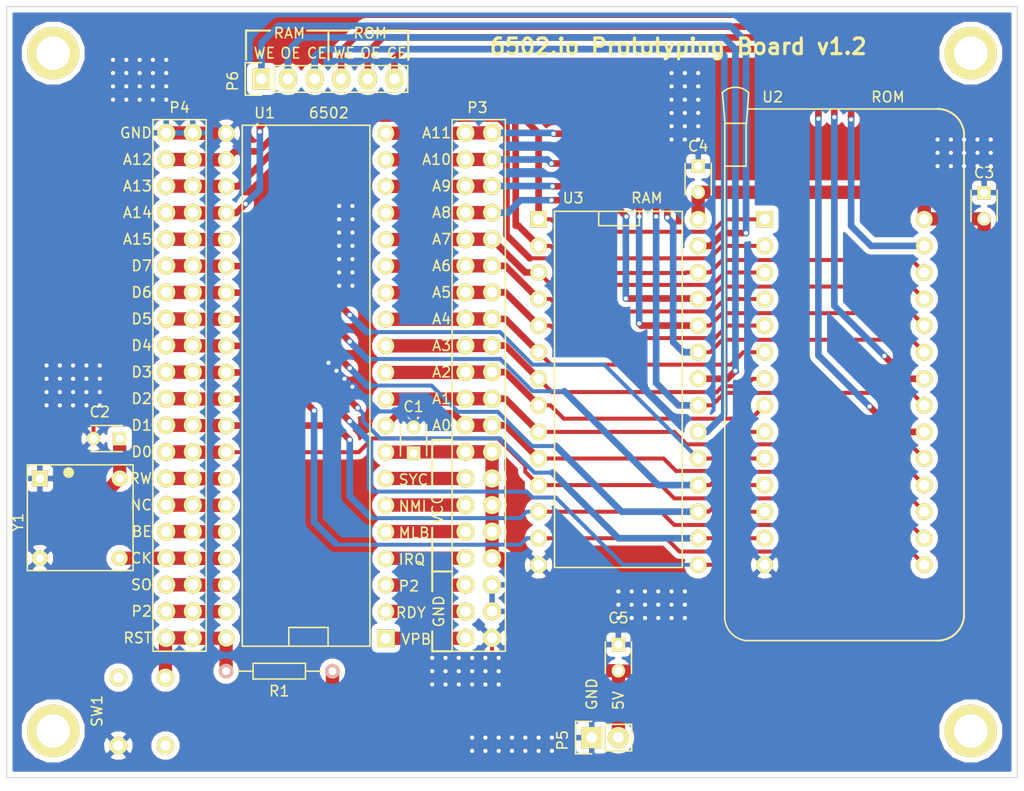
<source format=kicad_pcb>
(kicad_pcb (version 4) (host pcbnew "(2015-08-16 BZR 6097, Git b384c94)-product")
  (layers (0 F.Cu signal) (31 B.Cu signal) (34 B.Paste user) (35 F.Paste user) (36 B.SilkS user) (37 F.SilkS user) (38 B.Mask user) (39 F.Mask user) (44 Edge.Cuts user))
  (net 0 "")
  (net 1 GND)
  (net 2 VCC)
  (net 3 /A0)
  (net 4 /A1)
  (net 5 /A2)
  (net 6 /A3)
  (net 7 /A4)
  (net 8 /A5)
  (net 9 /A6)
  (net 10 /A7)
  (net 11 /A8)
  (net 12 /A9)
  (net 13 /A10)
  (net 14 /A11)
  (net 15 /A12)
  (net 16 /A13)
  (net 17 /A14)
  (net 18 A15)
  (net 19 VPB)
  (net 20 RDY)
  (net 21 PHI1O)
  (net 22 IRQB)
  (net 23 MLB)
  (net 24 NMIB)
  (net 25 SYNC)
  (net 26 RESET)
  (net 27 PHI2O)
  (net 28 SOB)
  (net 29 CLOCK)
  (net 30 BE)
  (net 31 RWB)
  (net 32 /D0)
  (net 33 /D1)
  (net 34 /D2)
  (net 35 /D3)
  (net 36 /D4)
  (net 37 /D5)
  (net 38 /D6)
  (net 39 /D7)
  (net 40 NC)
  (net 41 RAM_WE)
  (net 42 RAM_OE)
  (net 43 RAM_CE)
  (net 44 ROM_WE)
  (net 45 ROM_OE)
  (net 46 ROM_CE)
  (module 6502Footprints:1pin (layer F.Cu) (at 163.195 153.035)
    (fp_text reference REF** hide)
    (fp_text value 1pin)
    (pad 1 thru_hole circle (at 0 0) (size 5 5) (drill 3.2) (layers *.Cu *.Mask F.SilkS))
  )
  (module 6502Footprints:1pin (layer F.Cu) (at 163.195 88.265)
    (fp_text reference REF** hide)
    (fp_text value 1pin)
    (pad 1 thru_hole circle (at 0 0) (size 5 5) (drill 3.2) (layers *.Cu *.Mask F.SilkS))
  )
  (module 6502Footprints:1pin (layer F.Cu) (at 75.565 153.035)
    (fp_text reference REF** hide)
    (fp_text value 1pin)
    (pad 1 thru_hole circle (at 0 0) (size 5 5) (drill 3.2) (layers *.Cu *.Mask F.SilkS))
  )
  (module Capacitors_ThroughHole:C_Disc_D3_P2.5 (layer F.Cu) (at 109.982 126.492 90)
    (fp_text reference C1 (at 4.445 0 180) (layer F.SilkS))
    (fp_text value .1uf)
    (pad 1 thru_hole rect (at 0 0 90) (size 1.3 1.3) (drill 0.8) (layers *.Cu *.Mask F.SilkS) (net 2 VCC))
    (pad 2 thru_hole circle (at 2.5 0 90) (size 1.3 1.3) (drill 0.8001) (layers *.Cu *.Mask F.SilkS) (net 1 GND))
  )
  (module Capacitors_ThroughHole:C_Disc_D3_P2.5 (layer F.Cu) (at 81.915 125.095 180)
    (fp_text reference C2 (at 1.905 2.54 180) (layer F.SilkS))
    (fp_text value .1uf)
    (pad 1 thru_hole rect (at 0 0 180) (size 1.3 1.3) (drill 0.8) (layers *.Cu *.Mask F.SilkS) (net 2 VCC))
    (pad 2 thru_hole circle (at 2.5 0 180) (size 1.3 1.3) (drill 0.8001) (layers *.Cu *.Mask F.SilkS) (net 1 GND))
  )
  (module Capacitors_ThroughHole:C_Disc_D3_P2.5 (layer F.Cu) (at 164.465 101.6 270)
    (fp_text reference C3 (at -1.905 0 540) (layer F.SilkS))
    (fp_text value .1uf)
    (pad 1 thru_hole rect (at 0 0 270) (size 1.3 1.3) (drill 0.8) (layers *.Cu *.Mask F.SilkS) (net 1 GND))
    (pad 2 thru_hole circle (at 2.5 0 270) (size 1.3 1.3) (drill 0.8001) (layers *.Cu *.Mask F.SilkS) (net 2 VCC))
  )
  (module Capacitors_ThroughHole:C_Disc_D3_P2.5 (layer F.Cu) (at 137.16 99.06 270)
    (fp_text reference C4 (at -1.905 0 360) (layer F.SilkS))
    (fp_text value .1uf)
    (pad 1 thru_hole rect (at 0 0 270) (size 1.3 1.3) (drill 0.8) (layers *.Cu *.Mask F.SilkS) (net 1 GND))
    (pad 2 thru_hole circle (at 2.5 0 270) (size 1.3 1.3) (drill 0.8001) (layers *.Cu *.Mask F.SilkS) (net 2 VCC))
  )
  (module 6502Footprints:Resistor_Horizontal_RM10mm (layer F.Cu) (at 97.155 147.32 180)
    (fp_text reference R1 (at 0 -1.905 180) (layer F.SilkS))
    (fp_text value 3.3k)
    (pad 1 thru_hole circle (at -5.08 0 180) (size 1.4 1.4) (drill 0.76) (layers *.Cu *.SilkS *.Mask) (net 2 VCC))
    (pad 2 thru_hole circle (at 5.08 0 180) (size 1.4 1.4) (drill 0.76) (layers *.Cu *.SilkS *.Mask) (net 26 RESET))
  )
  (module 6502Footprints:TACTILE_SWITCH (layer F.Cu) (at 81.788 154.432 90)
    (fp_text reference SW1 (at 3.302 -2.032 90) (layer F.SilkS))
    (fp_text value SW_PUSH_SAFE)
    (pad 1 thru_hole circle (at 0 0 90) (size 1.7 1.7) (drill 1) (layers *.Cu *.Mask F.SilkS) (net 1 GND))
    (pad 2 thru_hole circle (at 6.5 0 90) (size 1.7 1.7) (drill 1) (layers *.Cu *.Mask F.SilkS))
    (pad 3 thru_hole circle (at 0 4.5 90) (size 1.7 1.7) (drill 1) (layers *.Cu *.Mask F.SilkS))
    (pad 4 thru_hole circle (at 6.5 4.5 90) (size 1.7 1.7) (drill 1) (layers *.Cu *.Mask F.SilkS) (net 26 RESET))
  )
  (module 6502Footprints:65c02 (layer F.Cu) (at 107.315 144.145 90)
    (fp_text reference U1 (at 50.165 -11.557 180) (layer F.SilkS))
    (fp_text value 65C02)
    (pad 1 thru_hole rect (at -0.03 0.02 90) (size 1.7 1.7) (drill 1) (layers *.Cu *.Mask F.SilkS) (net 19 VPB))
    (pad 2 thru_hole circle (at 2.51 0.02 90) (size 1.6 1.6) (drill 1) (layers *.Cu *.Mask F.SilkS) (net 20 RDY))
    (pad 3 thru_hole circle (at 5.05 0.02 90) (size 1.6 1.6) (drill 1) (layers *.Cu *.Mask F.SilkS) (net 21 PHI1O))
    (pad 4 thru_hole circle (at 7.59 0.02 90) (size 1.6 1.6) (drill 1) (layers *.Cu *.Mask F.SilkS) (net 22 IRQB))
    (pad 5 thru_hole circle (at 10.13 0.02 90) (size 1.6 1.6) (drill 1) (layers *.Cu *.Mask F.SilkS) (net 23 MLB))
    (pad 6 thru_hole circle (at 12.67 0.02 90) (size 1.6 1.6) (drill 1) (layers *.Cu *.Mask F.SilkS) (net 24 NMIB))
    (pad 7 thru_hole circle (at 15.21 0.02 90) (size 1.6 1.6) (drill 1) (layers *.Cu *.Mask F.SilkS) (net 25 SYNC))
    (pad 8 thru_hole circle (at 17.75 0.02 90) (size 1.6 1.6) (drill 1) (layers *.Cu *.Mask F.SilkS) (net 2 VCC))
    (pad 9 thru_hole circle (at 20.29 0.02 90) (size 1.6 1.6) (drill 1) (layers *.Cu *.Mask F.SilkS) (net 3 /A0))
    (pad 10 thru_hole circle (at 22.83 0.02 90) (size 1.6 1.6) (drill 1) (layers *.Cu *.Mask F.SilkS) (net 4 /A1))
    (pad 11 thru_hole circle (at 25.37 0.02 90) (size 1.6 1.6) (drill 1) (layers *.Cu *.Mask F.SilkS) (net 5 /A2))
    (pad 12 thru_hole circle (at 27.91 0.02 90) (size 1.6 1.6) (drill 1) (layers *.Cu *.Mask F.SilkS) (net 6 /A3))
    (pad 13 thru_hole circle (at 30.45 0.02 90) (size 1.6 1.6) (drill 1) (layers *.Cu *.Mask F.SilkS) (net 7 /A4))
    (pad 14 thru_hole circle (at 32.99 0.02 90) (size 1.6 1.6) (drill 1) (layers *.Cu *.Mask F.SilkS) (net 8 /A5))
    (pad 15 thru_hole circle (at 35.53 0.02 90) (size 1.6 1.6) (drill 1) (layers *.Cu *.Mask F.SilkS) (net 9 /A6))
    (pad 16 thru_hole circle (at 38.07 0.02 90) (size 1.6 1.6) (drill 1) (layers *.Cu *.Mask F.SilkS) (net 10 /A7))
    (pad 17 thru_hole circle (at 40.61 0.02 90) (size 1.6 1.6) (drill 1) (layers *.Cu *.Mask F.SilkS) (net 11 /A8))
    (pad 18 thru_hole circle (at 43.15 0.02 90) (size 1.6 1.6) (drill 1) (layers *.Cu *.Mask F.SilkS) (net 12 /A9))
    (pad 19 thru_hole circle (at 45.69 0.02 90) (size 1.6 1.6) (drill 1) (layers *.Cu *.Mask F.SilkS) (net 13 /A10))
    (pad 20 thru_hole circle (at 48.23 0.02 90) (size 1.6 1.6) (drill 1) (layers *.Cu *.Mask F.SilkS) (net 14 /A11))
    (pad 21 thru_hole circle (at 48.23 -15.22 90) (size 1.6 1.6) (drill 1) (layers *.Cu *.Mask F.SilkS) (net 1 GND))
    (pad 22 thru_hole circle (at 45.69 -15.22 90) (size 1.6 1.6) (drill 1) (layers *.Cu *.Mask F.SilkS) (net 15 /A12))
    (pad 23 thru_hole circle (at 43.15 -15.22 90) (size 1.6 1.6) (drill 1) (layers *.Cu *.Mask F.SilkS) (net 16 /A13))
    (pad 24 thru_hole circle (at 40.61 -15.22 90) (size 1.6 1.6) (drill 1) (layers *.Cu *.Mask F.SilkS) (net 17 /A14))
    (pad 25 thru_hole circle (at 38.07 -15.22 90) (size 1.6 1.6) (drill 1) (layers *.Cu *.Mask F.SilkS) (net 18 A15))
    (pad 26 thru_hole circle (at 35.53 -15.22 90) (size 1.6 1.6) (drill 1) (layers *.Cu *.Mask F.SilkS) (net 39 /D7))
    (pad 27 thru_hole circle (at 32.99 -15.22 90) (size 1.6 1.6) (drill 1) (layers *.Cu *.Mask F.SilkS) (net 38 /D6))
    (pad 28 thru_hole circle (at 30.45 -15.22 90) (size 1.6 1.6) (drill 1) (layers *.Cu *.Mask F.SilkS) (net 37 /D5))
    (pad 29 thru_hole circle (at 27.91 -15.22 90) (size 1.6 1.6) (drill 1) (layers *.Cu *.Mask F.SilkS) (net 36 /D4))
    (pad 30 thru_hole circle (at 25.37 -15.22 90) (size 1.6 1.6) (drill 1) (layers *.Cu *.Mask F.SilkS) (net 35 /D3))
    (pad 31 thru_hole circle (at 22.83 -15.22 90) (size 1.6 1.6) (drill 1) (layers *.Cu *.Mask F.SilkS) (net 34 /D2))
    (pad 32 thru_hole circle (at 20.29 -15.22 90) (size 1.6 1.6) (drill 1) (layers *.Cu *.Mask F.SilkS) (net 33 /D1))
    (pad 33 thru_hole circle (at 17.75 -15.22 90) (size 1.6 1.6) (drill 1) (layers *.Cu *.Mask F.SilkS) (net 32 /D0))
    (pad 34 thru_hole circle (at 15.21 -15.22 90) (size 1.6 1.6) (drill 1) (layers *.Cu *.Mask F.SilkS) (net 31 RWB))
    (pad 35 thru_hole circle (at 12.67 -15.22 90) (size 1.6 1.6) (drill 1) (layers *.Cu *.Mask F.SilkS) (net 40 NC))
    (pad 36 thru_hole circle (at 10.13 -15.22 90) (size 1.6 1.6) (drill 1) (layers *.Cu *.Mask F.SilkS) (net 30 BE))
    (pad 37 thru_hole circle (at 7.59 -15.22 90) (size 1.6 1.6) (drill 1) (layers *.Cu *.Mask F.SilkS) (net 29 CLOCK))
    (pad 38 thru_hole circle (at 5.05 -15.22 90) (size 1.6 1.6) (drill 1) (layers *.Cu *.Mask F.SilkS) (net 28 SOB))
    (pad 39 thru_hole circle (at 2.51 -15.22 90) (size 1.6 1.6) (drill 1) (layers *.Cu *.Mask F.SilkS) (net 27 PHI2O))
    (pad 40 thru_hole circle (at -0.03 -15.22 90) (size 1.6 1.6) (drill 1) (layers *.Cu *.Mask F.SilkS) (net 26 RESET))
  )
  (module 6502Footprints:A302_ND_SOCKET (layer F.Cu) (at 143.51 104.14 270)
    (fp_text reference U2 (at -11.684 -0.762 360) (layer F.SilkS))
    (fp_text value AT28C256_EEPROM)
    (pad 1 thru_hole rect (at 0 0 270) (size 1.6 1.6) (drill 1) (layers *.Cu *.Mask F.SilkS) (net 17 /A14))
    (pad 2 thru_hole circle (at 2.54 0 270) (size 1.6 1.6) (drill 1) (layers *.Cu *.Mask F.SilkS) (net 15 /A12))
    (pad 3 thru_hole circle (at 5.08 0 270) (size 1.6 1.6) (drill 1) (layers *.Cu *.Mask F.SilkS) (net 10 /A7))
    (pad 4 thru_hole circle (at 7.62 0 270) (size 1.6 1.6) (drill 1) (layers *.Cu *.Mask F.SilkS) (net 9 /A6))
    (pad 5 thru_hole circle (at 10.16 0 270) (size 1.6 1.6) (drill 1) (layers *.Cu *.Mask F.SilkS) (net 8 /A5))
    (pad 6 thru_hole circle (at 12.7 0 270) (size 1.6 1.6) (drill 1) (layers *.Cu *.Mask F.SilkS) (net 7 /A4))
    (pad 7 thru_hole circle (at 15.24 0 270) (size 1.6 1.6) (drill 1) (layers *.Cu *.Mask F.SilkS) (net 6 /A3))
    (pad 8 thru_hole circle (at 17.78 0 270) (size 1.6 1.6) (drill 1) (layers *.Cu *.Mask F.SilkS) (net 5 /A2))
    (pad 9 thru_hole circle (at 20.32 0 270) (size 1.6 1.6) (drill 1) (layers *.Cu *.Mask F.SilkS) (net 4 /A1))
    (pad 10 thru_hole circle (at 22.86 0 270) (size 1.6 1.6) (drill 1) (layers *.Cu *.Mask F.SilkS) (net 3 /A0))
    (pad 11 thru_hole circle (at 25.4 0 270) (size 1.6 1.6) (drill 1) (layers *.Cu *.Mask F.SilkS) (net 32 /D0))
    (pad 12 thru_hole circle (at 27.94 0 270) (size 1.6 1.6) (drill 1) (layers *.Cu *.Mask F.SilkS) (net 33 /D1))
    (pad 13 thru_hole circle (at 30.48 0 270) (size 1.6 1.6) (drill 1) (layers *.Cu *.Mask F.SilkS) (net 34 /D2))
    (pad 14 thru_hole circle (at 33.02 0 270) (size 1.6 1.6) (drill 1) (layers *.Cu *.Mask F.SilkS) (net 1 GND))
    (pad 15 thru_hole circle (at 33.02 -15.24 270) (size 1.6 1.6) (drill 1) (layers *.Cu *.Mask F.SilkS) (net 35 /D3))
    (pad 16 thru_hole circle (at 30.48 -15.24 270) (size 1.6 1.6) (drill 1) (layers *.Cu *.Mask F.SilkS) (net 36 /D4))
    (pad 17 thru_hole circle (at 27.94 -15.24 270) (size 1.6 1.6) (drill 1) (layers *.Cu *.Mask F.SilkS) (net 37 /D5))
    (pad 18 thru_hole circle (at 25.4 -15.24 270) (size 1.6 1.6) (drill 1) (layers *.Cu *.Mask F.SilkS) (net 38 /D6))
    (pad 19 thru_hole circle (at 22.86 -15.24 270) (size 1.6 1.6) (drill 1) (layers *.Cu *.Mask F.SilkS) (net 39 /D7))
    (pad 20 thru_hole circle (at 20.32 -15.24 270) (size 1.6 1.6) (drill 1) (layers *.Cu *.Mask F.SilkS) (net 46 ROM_CE))
    (pad 21 thru_hole circle (at 17.78 -15.24 270) (size 1.6 1.6) (drill 1) (layers *.Cu *.Mask F.SilkS) (net 13 /A10))
    (pad 22 thru_hole circle (at 15.24 -15.24 270) (size 1.6 1.6) (drill 1) (layers *.Cu *.Mask F.SilkS) (net 45 ROM_OE))
    (pad 23 thru_hole circle (at 12.7 -15.24 270) (size 1.6 1.6) (drill 1) (layers *.Cu *.Mask F.SilkS) (net 14 /A11))
    (pad 24 thru_hole circle (at 10.16 -15.24 270) (size 1.6 1.6) (drill 1) (layers *.Cu *.Mask F.SilkS) (net 12 /A9))
    (pad 25 thru_hole circle (at 7.62 -15.24 270) (size 1.6 1.6) (drill 1) (layers *.Cu *.Mask F.SilkS) (net 11 /A8))
    (pad 26 thru_hole circle (at 5.08 -15.24 270) (size 1.6 1.6) (drill 1) (layers *.Cu *.Mask F.SilkS) (net 16 /A13))
    (pad 27 thru_hole circle (at 2.54 -15.24 270) (size 1.6 1.6) (drill 1) (layers *.Cu *.Mask F.SilkS) (net 44 ROM_WE))
    (pad 28 thru_hole circle (at 0 -15.24 270) (size 1.6 1.6) (drill 1) (layers *.Cu *.Mask F.SilkS) (net 2 VCC))
  )
  (module 6502Footprints:62256_SRAM (layer F.Cu) (at 121.92 104.14 270)
    (fp_text reference U3 (at -2.032 -3.302 360) (layer F.SilkS))
    (fp_text value 62256_SRAM)
    (pad 1 thru_hole rect (at 0 0 270) (size 1.6 1.6) (drill 1) (layers *.Cu *.Mask F.SilkS) (net 17 /A14))
    (pad 2 thru_hole circle (at 2.54 0 270) (size 1.6 1.6) (drill 1) (layers *.Cu *.Mask F.SilkS) (net 15 /A12))
    (pad 3 thru_hole circle (at 5.08 0 270) (size 1.6 1.6) (drill 1) (layers *.Cu *.Mask F.SilkS) (net 10 /A7))
    (pad 4 thru_hole circle (at 7.62 0 270) (size 1.6 1.6) (drill 1) (layers *.Cu *.Mask F.SilkS) (net 9 /A6))
    (pad 5 thru_hole circle (at 10.16 0 270) (size 1.6 1.6) (drill 1) (layers *.Cu *.Mask F.SilkS) (net 8 /A5))
    (pad 6 thru_hole circle (at 12.7 0 270) (size 1.6 1.6) (drill 1) (layers *.Cu *.Mask F.SilkS) (net 7 /A4))
    (pad 7 thru_hole circle (at 15.24 0 270) (size 1.6 1.6) (drill 1) (layers *.Cu *.Mask F.SilkS) (net 6 /A3))
    (pad 8 thru_hole circle (at 17.78 0 270) (size 1.6 1.6) (drill 1) (layers *.Cu *.Mask F.SilkS) (net 5 /A2))
    (pad 9 thru_hole circle (at 20.32 0 270) (size 1.6 1.6) (drill 1) (layers *.Cu *.Mask F.SilkS) (net 4 /A1))
    (pad 10 thru_hole circle (at 22.86 0 270) (size 1.6 1.6) (drill 1) (layers *.Cu *.Mask F.SilkS) (net 3 /A0))
    (pad 11 thru_hole circle (at 25.4 0 270) (size 1.6 1.6) (drill 1) (layers *.Cu *.Mask F.SilkS) (net 32 /D0))
    (pad 12 thru_hole circle (at 27.94 0 270) (size 1.6 1.6) (drill 1) (layers *.Cu *.Mask F.SilkS) (net 33 /D1))
    (pad 13 thru_hole circle (at 30.48 0 270) (size 1.6 1.6) (drill 1) (layers *.Cu *.Mask F.SilkS) (net 34 /D2))
    (pad 14 thru_hole circle (at 33.02 0 270) (size 1.6 1.6) (drill 1) (layers *.Cu *.Mask F.SilkS) (net 1 GND))
    (pad 15 thru_hole circle (at 33.02 -15.24 270) (size 1.6 1.6) (drill 1) (layers *.Cu *.Mask F.SilkS) (net 35 /D3))
    (pad 16 thru_hole circle (at 30.48 -15.24 270) (size 1.6 1.6) (drill 1) (layers *.Cu *.Mask F.SilkS) (net 36 /D4))
    (pad 17 thru_hole circle (at 27.94 -15.24 270) (size 1.6 1.6) (drill 1) (layers *.Cu *.Mask F.SilkS) (net 37 /D5))
    (pad 18 thru_hole circle (at 25.4 -15.24 270) (size 1.6 1.6) (drill 1) (layers *.Cu *.Mask F.SilkS) (net 38 /D6))
    (pad 19 thru_hole circle (at 22.86 -15.24 270) (size 1.6 1.6) (drill 1) (layers *.Cu *.Mask F.SilkS) (net 39 /D7))
    (pad 20 thru_hole circle (at 20.32 -15.24 270) (size 1.6 1.6) (drill 1) (layers *.Cu *.Mask F.SilkS) (net 43 RAM_CE))
    (pad 21 thru_hole circle (at 17.78 -15.24 270) (size 1.6 1.6) (drill 1) (layers *.Cu *.Mask F.SilkS) (net 13 /A10))
    (pad 22 thru_hole circle (at 15.24 -15.24 270) (size 1.6 1.6) (drill 1) (layers *.Cu *.Mask F.SilkS) (net 42 RAM_OE))
    (pad 23 thru_hole circle (at 12.7 -15.24 270) (size 1.6 1.6) (drill 1) (layers *.Cu *.Mask F.SilkS) (net 14 /A11))
    (pad 24 thru_hole circle (at 10.16 -15.24 270) (size 1.6 1.6) (drill 1) (layers *.Cu *.Mask F.SilkS) (net 12 /A9))
    (pad 25 thru_hole circle (at 7.62 -15.24 270) (size 1.6 1.6) (drill 1) (layers *.Cu *.Mask F.SilkS) (net 11 /A8))
    (pad 26 thru_hole circle (at 5.08 -15.24 270) (size 1.6 1.6) (drill 1) (layers *.Cu *.Mask F.SilkS) (net 16 /A13))
    (pad 27 thru_hole circle (at 2.54 -15.24 270) (size 1.6 1.6) (drill 1) (layers *.Cu *.Mask F.SilkS) (net 41 RAM_WE))
    (pad 28 thru_hole circle (at 0 -15.24 270) (size 1.6 1.6) (drill 1) (layers *.Cu *.Mask F.SilkS) (net 2 VCC))
  )
  (module Capacitors_ThroughHole:C_Disc_D3_P2.5 (layer F.Cu) (at 129.54 144.78 270)
    (fp_text reference C5 (at -2.54 0 360) (layer F.SilkS))
    (fp_text value .1uf)
    (pad 1 thru_hole rect (at 0 0 270) (size 1.3 1.3) (drill 0.8) (layers *.Cu *.Mask F.SilkS) (net 1 GND))
    (pad 2 thru_hole circle (at 2.5 0 270) (size 1.3 1.3) (drill 0.8001) (layers *.Cu *.Mask F.SilkS) (net 2 VCC))
  )
  (module Pin_Headers:Pin_Header_Straight_1x02 (layer F.Cu) (at 127 153.67 90)
    (fp_text reference P5 (at -0.254 -2.794 90) (layer F.SilkS))
    (fp_text value CONN_01X02)
    (pad 1 thru_hole rect (at 0 0 90) (size 2.032 2.032) (drill 1.016) (layers *.Cu *.Mask F.SilkS) (net 1 GND))
    (pad 2 thru_hole oval (at 0 2.54 90) (size 2.032 2.032) (drill 1.016) (layers *.Cu *.Mask F.SilkS) (net 2 VCC))
  )
  (module 6502Footprints:Pin_Header_Straight_2x20 (layer F.Cu) (at 88.9 144.145 180)
    (fp_text reference P4 (at 1.27 50.673 180) (layer F.SilkS))
    (fp_text value CONN_02X20)
    (pad 1 thru_hole circle (at 0 0 180) (size 1.7272 1.7272) (drill 1.016) (layers *.Cu *.Mask F.SilkS) (net 26 RESET))
    (pad 2 thru_hole oval (at 2.54 0 180) (size 1.7272 1.7272) (drill 1.016) (layers *.Cu *.Mask F.SilkS) (net 26 RESET))
    (pad 3 thru_hole oval (at 0 2.54 180) (size 1.7272 1.7272) (drill 1.016) (layers *.Cu *.Mask F.SilkS) (net 27 PHI2O))
    (pad 4 thru_hole oval (at 2.54 2.54 180) (size 1.7272 1.7272) (drill 1.016) (layers *.Cu *.Mask F.SilkS) (net 27 PHI2O))
    (pad 5 thru_hole oval (at 0 5.08 180) (size 1.7272 1.7272) (drill 1.016) (layers *.Cu *.Mask F.SilkS) (net 28 SOB))
    (pad 6 thru_hole oval (at 2.54 5.08 180) (size 1.7272 1.7272) (drill 1.016) (layers *.Cu *.Mask F.SilkS) (net 28 SOB))
    (pad 7 thru_hole oval (at 0 7.62 180) (size 1.7272 1.7272) (drill 1.016) (layers *.Cu *.Mask F.SilkS) (net 29 CLOCK))
    (pad 8 thru_hole oval (at 2.54 7.62 180) (size 1.7272 1.7272) (drill 1.016) (layers *.Cu *.Mask F.SilkS) (net 29 CLOCK))
    (pad 9 thru_hole oval (at 0 10.16 180) (size 1.7272 1.7272) (drill 1.016) (layers *.Cu *.Mask F.SilkS) (net 30 BE))
    (pad 10 thru_hole oval (at 2.54 10.16 180) (size 1.7272 1.7272) (drill 1.016) (layers *.Cu *.Mask F.SilkS) (net 30 BE))
    (pad 11 thru_hole oval (at 0 12.7 180) (size 1.7272 1.7272) (drill 1.016) (layers *.Cu *.Mask F.SilkS) (net 40 NC))
    (pad 12 thru_hole oval (at 2.54 12.7 180) (size 1.7272 1.7272) (drill 1.016) (layers *.Cu *.Mask F.SilkS) (net 40 NC))
    (pad 13 thru_hole oval (at 0 15.24 180) (size 1.7272 1.7272) (drill 1.016) (layers *.Cu *.Mask F.SilkS) (net 31 RWB))
    (pad 14 thru_hole oval (at 2.54 15.24 180) (size 1.7272 1.7272) (drill 1.016) (layers *.Cu *.Mask F.SilkS) (net 31 RWB))
    (pad 15 thru_hole oval (at 0 17.78 180) (size 1.7272 1.7272) (drill 1.016) (layers *.Cu *.Mask F.SilkS) (net 32 /D0))
    (pad 16 thru_hole oval (at 2.54 17.78 180) (size 1.7272 1.7272) (drill 1.016) (layers *.Cu *.Mask F.SilkS) (net 32 /D0))
    (pad 17 thru_hole oval (at 0 20.32 180) (size 1.7272 1.7272) (drill 1.016) (layers *.Cu *.Mask F.SilkS) (net 33 /D1))
    (pad 18 thru_hole oval (at 2.54 20.32 180) (size 1.7272 1.7272) (drill 1.016) (layers *.Cu *.Mask F.SilkS) (net 33 /D1))
    (pad 19 thru_hole oval (at 0 22.86 180) (size 1.7272 1.7272) (drill 1.016) (layers *.Cu *.Mask F.SilkS) (net 34 /D2))
    (pad 20 thru_hole oval (at 2.54 22.86 180) (size 1.7272 1.7272) (drill 1.016) (layers *.Cu *.Mask F.SilkS) (net 34 /D2))
    (pad 21 thru_hole oval (at 0 25.4 180) (size 1.7272 1.7272) (drill 1.016) (layers *.Cu *.Mask F.SilkS) (net 35 /D3))
    (pad 22 thru_hole oval (at 2.54 25.4 180) (size 1.7272 1.7272) (drill 1.016) (layers *.Cu *.Mask F.SilkS) (net 35 /D3))
    (pad 23 thru_hole oval (at 0 27.94 180) (size 1.7272 1.7272) (drill 1.016) (layers *.Cu *.Mask F.SilkS) (net 36 /D4))
    (pad 24 thru_hole oval (at 2.54 27.94 180) (size 1.7272 1.7272) (drill 1.016) (layers *.Cu *.Mask F.SilkS) (net 36 /D4))
    (pad 25 thru_hole oval (at 0 30.48 180) (size 1.7272 1.7272) (drill 1.016) (layers *.Cu *.Mask F.SilkS) (net 37 /D5))
    (pad 26 thru_hole oval (at 2.54 30.48 180) (size 1.7272 1.7272) (drill 1.016) (layers *.Cu *.Mask F.SilkS) (net 37 /D5))
    (pad 27 thru_hole oval (at 0 33.02 180) (size 1.7272 1.7272) (drill 1.016) (layers *.Cu *.Mask F.SilkS) (net 38 /D6))
    (pad 28 thru_hole oval (at 2.54 33.02 180) (size 1.7272 1.7272) (drill 1.016) (layers *.Cu *.Mask F.SilkS) (net 38 /D6))
    (pad 29 thru_hole oval (at 0 35.56 180) (size 1.7272 1.7272) (drill 1.016) (layers *.Cu *.Mask F.SilkS) (net 39 /D7))
    (pad 30 thru_hole oval (at 2.54 35.56 180) (size 1.7272 1.7272) (drill 1.016) (layers *.Cu *.Mask F.SilkS) (net 39 /D7))
    (pad 31 thru_hole oval (at 0 38.1 180) (size 1.7272 1.7272) (drill 1.016) (layers *.Cu *.Mask F.SilkS) (net 18 A15))
    (pad 32 thru_hole oval (at 2.54 38.1 180) (size 1.7272 1.7272) (drill 1.016) (layers *.Cu *.Mask F.SilkS) (net 18 A15))
    (pad 33 thru_hole oval (at 0 40.64 180) (size 1.7272 1.7272) (drill 1.016) (layers *.Cu *.Mask F.SilkS) (net 17 /A14))
    (pad 34 thru_hole oval (at 2.54 40.64 180) (size 1.7272 1.7272) (drill 1.016) (layers *.Cu *.Mask F.SilkS) (net 17 /A14))
    (pad 35 thru_hole oval (at 0 43.18 180) (size 1.7272 1.7272) (drill 1.016) (layers *.Cu *.Mask F.SilkS) (net 16 /A13))
    (pad 36 thru_hole oval (at 2.54 43.18 180) (size 1.7272 1.7272) (drill 1.016) (layers *.Cu *.Mask F.SilkS) (net 16 /A13))
    (pad 37 thru_hole oval (at 0 45.72 180) (size 1.7272 1.7272) (drill 1.016) (layers *.Cu *.Mask F.SilkS) (net 15 /A12))
    (pad 38 thru_hole oval (at 2.54 45.72 180) (size 1.7272 1.7272) (drill 1.016) (layers *.Cu *.Mask F.SilkS) (net 15 /A12))
    (pad 39 thru_hole oval (at 0 48.26 180) (size 1.7272 1.7272) (drill 1.016) (layers *.Cu *.Mask F.SilkS) (net 1 GND))
    (pad 40 thru_hole oval (at 2.54 48.26 180) (size 1.7272 1.7272) (drill 1.016) (layers *.Cu *.Mask F.SilkS) (net 1 GND))
  )
  (module Pin_Headers:Pin_Header_Straight_1x06 (layer F.Cu) (at 95.4532 90.7288 90)
    (fp_text reference P6 (at -0.2032 -2.7432 270) (layer F.SilkS))
    (fp_text value CONN_01X06)
    (pad 1 thru_hole rect (at 0 0 90) (size 2.032 1.7272) (drill 1.016) (layers *.Cu *.Mask F.SilkS) (net 41 RAM_WE))
    (pad 2 thru_hole oval (at 0 2.54 90) (size 2.032 1.7272) (drill 1.016) (layers *.Cu *.Mask F.SilkS) (net 42 RAM_OE))
    (pad 3 thru_hole oval (at 0 5.08 90) (size 2.032 1.7272) (drill 1.016) (layers *.Cu *.Mask F.SilkS) (net 43 RAM_CE))
    (pad 4 thru_hole oval (at 0 7.62 90) (size 2.032 1.7272) (drill 1.016) (layers *.Cu *.Mask F.SilkS) (net 44 ROM_WE))
    (pad 5 thru_hole oval (at 0 10.16 90) (size 2.032 1.7272) (drill 1.016) (layers *.Cu *.Mask F.SilkS) (net 45 ROM_OE))
    (pad 6 thru_hole oval (at 0 12.7 90) (size 2.032 1.7272) (drill 1.016) (layers *.Cu *.Mask F.SilkS) (net 46 ROM_CE))
  )
  (module 6502Footprints:Pin_Header_Straight_2x20 (layer F.Cu) (at 117.475 144.145 180)
    (fp_text reference P3 (at 1.397 50.673 180) (layer F.SilkS))
    (fp_text value CONN_02X20)
    (pad 1 thru_hole circle (at 0 0 180) (size 1.7272 1.7272) (drill 1.016) (layers *.Cu *.Mask F.SilkS) (net 1 GND))
    (pad 2 thru_hole oval (at 2.54 0 180) (size 1.7272 1.7272) (drill 1.016) (layers *.Cu *.Mask F.SilkS) (net 19 VPB))
    (pad 3 thru_hole oval (at 0 2.54 180) (size 1.7272 1.7272) (drill 1.016) (layers *.Cu *.Mask F.SilkS) (net 1 GND))
    (pad 4 thru_hole oval (at 2.54 2.54 180) (size 1.7272 1.7272) (drill 1.016) (layers *.Cu *.Mask F.SilkS) (net 20 RDY))
    (pad 5 thru_hole oval (at 0 5.08 180) (size 1.7272 1.7272) (drill 1.016) (layers *.Cu *.Mask F.SilkS) (net 1 GND))
    (pad 6 thru_hole oval (at 2.54 5.08 180) (size 1.7272 1.7272) (drill 1.016) (layers *.Cu *.Mask F.SilkS) (net 21 PHI1O))
    (pad 7 thru_hole oval (at 0 7.62 180) (size 1.7272 1.7272) (drill 1.016) (layers *.Cu *.Mask F.SilkS) (net 2 VCC))
    (pad 8 thru_hole oval (at 2.54 7.62 180) (size 1.7272 1.7272) (drill 1.016) (layers *.Cu *.Mask F.SilkS) (net 22 IRQB))
    (pad 9 thru_hole oval (at 0 10.16 180) (size 1.7272 1.7272) (drill 1.016) (layers *.Cu *.Mask F.SilkS) (net 2 VCC))
    (pad 10 thru_hole oval (at 2.54 10.16 180) (size 1.7272 1.7272) (drill 1.016) (layers *.Cu *.Mask F.SilkS) (net 23 MLB))
    (pad 11 thru_hole oval (at 0 12.7 180) (size 1.7272 1.7272) (drill 1.016) (layers *.Cu *.Mask F.SilkS) (net 2 VCC))
    (pad 12 thru_hole oval (at 2.54 12.7 180) (size 1.7272 1.7272) (drill 1.016) (layers *.Cu *.Mask F.SilkS) (net 24 NMIB))
    (pad 13 thru_hole oval (at 0 15.24 180) (size 1.7272 1.7272) (drill 1.016) (layers *.Cu *.Mask F.SilkS) (net 2 VCC))
    (pad 14 thru_hole oval (at 2.54 15.24 180) (size 1.7272 1.7272) (drill 1.016) (layers *.Cu *.Mask F.SilkS) (net 25 SYNC))
    (pad 15 thru_hole oval (at 0 17.78 180) (size 1.7272 1.7272) (drill 1.016) (layers *.Cu *.Mask F.SilkS) (net 2 VCC))
    (pad 16 thru_hole oval (at 2.54 17.78 180) (size 1.7272 1.7272) (drill 1.016) (layers *.Cu *.Mask F.SilkS) (net 2 VCC))
    (pad 17 thru_hole oval (at 0 20.32 180) (size 1.7272 1.7272) (drill 1.016) (layers *.Cu *.Mask F.SilkS) (net 3 /A0))
    (pad 18 thru_hole oval (at 2.54 20.32 180) (size 1.7272 1.7272) (drill 1.016) (layers *.Cu *.Mask F.SilkS) (net 3 /A0))
    (pad 19 thru_hole oval (at 0 22.86 180) (size 1.7272 1.7272) (drill 1.016) (layers *.Cu *.Mask F.SilkS) (net 4 /A1))
    (pad 20 thru_hole oval (at 2.54 22.86 180) (size 1.7272 1.7272) (drill 1.016) (layers *.Cu *.Mask F.SilkS) (net 4 /A1))
    (pad 21 thru_hole oval (at 0 25.4 180) (size 1.7272 1.7272) (drill 1.016) (layers *.Cu *.Mask F.SilkS) (net 5 /A2))
    (pad 22 thru_hole oval (at 2.54 25.4 180) (size 1.7272 1.7272) (drill 1.016) (layers *.Cu *.Mask F.SilkS) (net 5 /A2))
    (pad 23 thru_hole oval (at 0 27.94 180) (size 1.7272 1.7272) (drill 1.016) (layers *.Cu *.Mask F.SilkS) (net 6 /A3))
    (pad 24 thru_hole oval (at 2.54 27.94 180) (size 1.7272 1.7272) (drill 1.016) (layers *.Cu *.Mask F.SilkS) (net 6 /A3))
    (pad 25 thru_hole oval (at 0 30.48 180) (size 1.7272 1.7272) (drill 1.016) (layers *.Cu *.Mask F.SilkS) (net 7 /A4))
    (pad 26 thru_hole oval (at 2.54 30.48 180) (size 1.7272 1.7272) (drill 1.016) (layers *.Cu *.Mask F.SilkS) (net 7 /A4))
    (pad 27 thru_hole oval (at 0 33.02 180) (size 1.7272 1.7272) (drill 1.016) (layers *.Cu *.Mask F.SilkS) (net 8 /A5))
    (pad 28 thru_hole oval (at 2.54 33.02 180) (size 1.7272 1.7272) (drill 1.016) (layers *.Cu *.Mask F.SilkS) (net 8 /A5))
    (pad 29 thru_hole oval (at 0 35.56 180) (size 1.7272 1.7272) (drill 1.016) (layers *.Cu *.Mask F.SilkS) (net 9 /A6))
    (pad 30 thru_hole oval (at 2.54 35.56 180) (size 1.7272 1.7272) (drill 1.016) (layers *.Cu *.Mask F.SilkS) (net 9 /A6))
    (pad 31 thru_hole oval (at 0 38.1 180) (size 1.7272 1.7272) (drill 1.016) (layers *.Cu *.Mask F.SilkS) (net 10 /A7))
    (pad 32 thru_hole oval (at 2.54 38.1 180) (size 1.7272 1.7272) (drill 1.016) (layers *.Cu *.Mask F.SilkS) (net 10 /A7))
    (pad 33 thru_hole oval (at 0 40.64 180) (size 1.7272 1.7272) (drill 1.016) (layers *.Cu *.Mask F.SilkS) (net 11 /A8))
    (pad 34 thru_hole oval (at 2.54 40.64 180) (size 1.7272 1.7272) (drill 1.016) (layers *.Cu *.Mask F.SilkS) (net 11 /A8))
    (pad 35 thru_hole oval (at 0 43.18 180) (size 1.7272 1.7272) (drill 1.016) (layers *.Cu *.Mask F.SilkS) (net 12 /A9))
    (pad 36 thru_hole oval (at 2.54 43.18 180) (size 1.7272 1.7272) (drill 1.016) (layers *.Cu *.Mask F.SilkS) (net 12 /A9))
    (pad 37 thru_hole oval (at 0 45.72 180) (size 1.7272 1.7272) (drill 1.016) (layers *.Cu *.Mask F.SilkS) (net 13 /A10))
    (pad 38 thru_hole oval (at 2.54 45.72 180) (size 1.7272 1.7272) (drill 1.016) (layers *.Cu *.Mask F.SilkS) (net 13 /A10))
    (pad 39 thru_hole oval (at 0 48.26 180) (size 1.7272 1.7272) (drill 1.016) (layers *.Cu *.Mask F.SilkS) (net 14 /A11))
    (pad 40 thru_hole oval (at 2.54 48.26 180) (size 1.7272 1.7272) (drill 1.016) (layers *.Cu *.Mask F.SilkS) (net 14 /A11))
  )
  (module 6502Footprints:1pin (layer F.Cu) (at 75.565 88.265)
    (fp_text reference REF** hide)
    (fp_text value 1pin)
    (pad 1 thru_hole circle (at 0 0) (size 5 5) (drill 3.2) (layers *.Cu *.Mask F.SilkS))
  )
  (module 6502Footprints:ECS-2100AX (layer F.Cu) (at 74.295 128.905 270)
    (fp_text reference Y1 (at 4.2 2.1 270) (layer F.SilkS))
    (fp_text value ECS-2100X-1MHZ)
    (pad 1 thru_hole rect (at 0 0 270) (size 1.524 1.524) (drill 0.8) (layers *.Cu *.Mask F.SilkS) (net 1 GND))
    (pad 4 thru_hole circle (at 7.62 0 270) (size 1.524 1.524) (drill 0.8) (layers *.Cu *.Mask F.SilkS) (net 1 GND))
    (pad 8 thru_hole circle (at 0 -7.62 270) (size 1.524 1.524) (drill 0.8) (layers *.Cu *.Mask F.SilkS) (net 2 VCC))
    (pad 5 thru_hole circle (at 7.62 -7.62 270) (size 1.524 1.524) (drill 0.8) (layers *.Cu *.Mask F.SilkS) (net 29 CLOCK))
  )
  (gr_text "6502.io Prototyping Board v1.2" (at 135.255 87.63) (layer F.SilkS) (effects (font (size 1.5 1.5) (thickness 0.3))))
  (gr_line (start 111.76 125.222) (end 113.538 125.222) (angle 90) (layer F.SilkS) (width 0.2))
  (gr_line (start 111.76 129.794) (end 111.76 125.222) (angle 90) (layer F.SilkS) (width 0.2))
  (gr_line (start 111.76 137.922) (end 111.76 133.604) (angle 90) (layer F.SilkS) (width 0.2))
  (gr_line (start 93.98 86.106) (end 96.266 86.106) (angle 90) (layer F.SilkS) (width 0.2))
  (gr_line (start 93.98 88.9) (end 93.98 86.106) (angle 90) (layer F.SilkS) (width 0.2))
  (gr_line (start 101.854 86.106) (end 99.822 86.106) (angle 90) (layer F.SilkS) (width 0.2))
  (gr_line (start 101.854 86.106) (end 103.886 86.106) (angle 90) (layer F.SilkS) (width 0.2))
  (gr_line (start 101.854 88.9) (end 101.854 86.106) (angle 90) (layer F.SilkS) (width 0.2))
  (gr_line (start 109.474 86.106) (end 107.442 86.106) (angle 90) (layer F.SilkS) (width 0.2))
  (gr_line (start 109.474 88.9) (end 109.474 86.106) (angle 90) (layer F.SilkS) (width 0.2))
  (gr_text ROM (at 104.14 86.36) (layer F.SilkS) (effects (font (size 1 1)) (justify left)))
  (gr_text RAM (at 96.52 86.36) (layer F.SilkS) (effects (font (size 1 1)) (justify left)))
  (gr_text CE (at 107.315 88.265) (layer F.SilkS) (effects (font (size 1 1)) (justify left)))
  (gr_text OE (at 104.775 88.265) (layer F.SilkS) (effects (font (size 1 1)) (justify left)))
  (gr_text WE (at 102.235 88.265) (layer F.SilkS) (effects (font (size 1 1)) (justify left)))
  (gr_text CE (at 99.695 88.265) (layer F.SilkS) (effects (font (size 1 1)) (justify left)))
  (gr_text OE (at 97.155 88.265) (layer F.SilkS) (effects (font (size 1 1)) (justify left)))
  (gr_text WE (at 94.615 88.265) (layer F.SilkS) (effects (font (size 1 1)) (justify left)))
  (gr_line (start 167.64 157.48) (end 165.1 157.48) (angle 90) (layer Edge.Cuts) (width 0.1))
  (gr_line (start 167.64 83.82) (end 167.64 157.48) (angle 90) (layer Edge.Cuts) (width 0.1))
  (gr_line (start 165.1 83.82) (end 167.64 83.82) (angle 90) (layer Edge.Cuts) (width 0.1))
  (gr_line (start 111.76 145.415) (end 111.76 143.51) (angle 90) (layer F.SilkS) (width 0.2))
  (gr_line (start 113.665 145.415) (end 111.76 145.415) (angle 90) (layer F.SilkS) (width 0.2))
  (gr_line (start 111.76 137.795) (end 111.76 139.7) (angle 90) (layer F.SilkS) (width 0.2))
  (gr_line (start 113.665 137.795) (end 111.76 137.795) (angle 90) (layer F.SilkS) (width 0.2))
  (gr_text GND (at 112.395 141.605 90) (layer F.SilkS) (effects (font (size 1 1))))
  (gr_text VCC (at 112.268 130.302 90) (layer F.SilkS) (effects (font (size 1 1)) (justify right)))
  (gr_text VPB (at 108.712 144.272) (layer F.SilkS) (effects (font (size 1 1)) (justify left)))
  (gr_text RDY (at 111.252 141.732) (layer F.SilkS) (effects (font (size 1 1)) (justify right)))
  (gr_text P2 (at 108.458 139.192) (layer F.SilkS) (effects (font (size 1 1)) (justify left)))
  (gr_text IRQ (at 108.458 136.652) (layer F.SilkS) (effects (font (size 1 1)) (justify left)))
  (gr_text MLB (at 108.458 134.112) (layer F.SilkS) (effects (font (size 1 1)) (justify left)))
  (gr_text NMI (at 108.458 131.572) (layer F.SilkS) (effects (font (size 1 1)) (justify left)))
  (gr_text SYC (at 108.458 129.032) (layer F.SilkS) (effects (font (size 1 1)) (justify left)))
  (gr_text A0 (at 113.665 123.825) (layer F.SilkS) (effects (font (size 1 1)) (justify right)))
  (gr_text A1 (at 113.665 121.285) (layer F.SilkS) (effects (font (size 1 1)) (justify right)))
  (gr_text A2 (at 113.665 118.745) (layer F.SilkS) (effects (font (size 1 1)) (justify right)))
  (gr_text A3 (at 113.665 116.205) (layer F.SilkS) (effects (font (size 1 1)) (justify right)))
  (gr_text A4 (at 113.665 113.665) (layer F.SilkS) (effects (font (size 1 1)) (justify right)))
  (gr_text A5 (at 113.665 111.125) (layer F.SilkS) (effects (font (size 1 1)) (justify right)))
  (gr_text A6 (at 113.665 108.585) (layer F.SilkS) (effects (font (size 1 1)) (justify right)))
  (gr_text A7 (at 113.665 106.045) (layer F.SilkS) (effects (font (size 1 1)) (justify right)))
  (gr_text A8 (at 113.665 103.505) (layer F.SilkS) (effects (font (size 1 1)) (justify right)))
  (gr_text A9 (at 113.665 100.965) (layer F.SilkS) (effects (font (size 1 1)) (justify right)))
  (gr_text A10 (at 113.665 98.425) (layer F.SilkS) (effects (font (size 1 1)) (justify right)))
  (gr_text A11 (at 113.665 95.885) (layer F.SilkS) (effects (font (size 1 1)) (justify right)))
  (gr_text ROM (at 156.972 92.456) (layer F.SilkS) (effects (font (size 1 1)) (justify right)))
  (gr_text RAM (at 133.858 102.108) (layer F.SilkS) (effects (font (size 1 1)) (justify right)))
  (gr_text 6502 (at 103.886 93.98) (layer F.SilkS) (effects (font (size 1 1)) (justify right)))
  (gr_text RST (at 85.09 144.145) (layer F.SilkS) (effects (font (size 1 1)) (justify right)))
  (gr_text P2 (at 85.09 141.605) (layer F.SilkS) (effects (font (size 1 1)) (justify right)))
  (gr_text SO (at 85.09 139.065) (layer F.SilkS) (effects (font (size 1 1)) (justify right)))
  (gr_text CK (at 85.09 136.525) (layer F.SilkS) (effects (font (size 1 1)) (justify right)))
  (gr_text BE (at 85.09 133.985) (layer F.SilkS) (effects (font (size 1 1)) (justify right)))
  (gr_text NC (at 85.09 131.445) (layer F.SilkS) (effects (font (size 1 1)) (justify right)))
  (gr_text RW (at 85.09 128.905) (layer F.SilkS) (effects (font (size 1 1)) (justify right)))
  (gr_text D0 (at 85.09 126.365) (layer F.SilkS) (effects (font (size 1 1)) (justify right)))
  (gr_text D1 (at 85.09 123.825) (layer F.SilkS) (effects (font (size 1 1)) (justify right)))
  (gr_text D2 (at 85.09 121.285) (layer F.SilkS) (effects (font (size 1 1)) (justify right)))
  (gr_text D3 (at 85.09 118.745) (layer F.SilkS) (effects (font (size 1 1)) (justify right)))
  (gr_text D4 (at 85.09 116.205) (layer F.SilkS) (effects (font (size 1 1)) (justify right)))
  (gr_text D5 (at 85.09 113.665) (layer F.SilkS) (effects (font (size 1 1)) (justify right)))
  (gr_text D6 (at 85.09 111.125) (layer F.SilkS) (effects (font (size 1 1)) (justify right)))
  (gr_text D7 (at 85.09 108.585) (layer F.SilkS) (effects (font (size 1 1)) (justify right)))
  (gr_text A15 (at 85.09 106.045) (layer F.SilkS) (effects (font (size 1 1)) (justify right)))
  (gr_text A14 (at 85.09 103.505) (layer F.SilkS) (effects (font (size 1 1)) (justify right)))
  (gr_text A13 (at 85.09 100.965) (layer F.SilkS) (effects (font (size 1 1)) (justify right)))
  (gr_text A12 (at 85.09 98.425) (layer F.SilkS) (effects (font (size 1 1)) (justify right)))
  (gr_text GND (at 85.09 95.885) (layer F.SilkS) (effects (font (size 1 1)) (justify right)))
  (gr_text GND (at 127 151.13 90) (layer F.SilkS) (effects (font (size 1 1)) (justify left)))
  (gr_text 5V (at 129.54 151.13 90) (layer F.SilkS) (effects (font (size 1 1)) (justify left)))
  (gr_line (start 71.12 83.82) (end 71.12 157.48) (angle 90) (layer Edge.Cuts) (width 0.1))
  (gr_line (start 165.1 83.82) (end 71.12 83.82) (angle 90) (layer Edge.Cuts) (width 0.1))
  (gr_line (start 71.12 157.48) (end 165.1 157.48) (angle 90) (layer Edge.Cuts) (width 0.1))
  (segment (start 117.475 144.145) (end 117.475 145.415) (width 0.381) (layer F.Cu) (net 1))
  (via (at 111.76 146.05) (size 0.6) (drill 0.4) (layers F.Cu B.Cu) (net 1))
  (segment (start 113.03 146.05) (end 111.76 146.05) (width 0.381) (layer B.Cu) (net 1))
  (via (at 113.03 146.05) (size 0.6) (drill 0.4) (layers F.Cu B.Cu) (net 1))
  (segment (start 114.3 146.05) (end 113.03 146.05) (width 0.381) (layer F.Cu) (net 1))
  (via (at 114.3 146.05) (size 0.6) (drill 0.4) (layers F.Cu B.Cu) (net 1))
  (segment (start 115.57 146.05) (end 114.3 146.05) (width 0.381) (layer B.Cu) (net 1))
  (via (at 115.57 146.05) (size 0.6) (drill 0.4) (layers F.Cu B.Cu) (net 1))
  (segment (start 116.84 146.05) (end 115.57 146.05) (width 0.381) (layer F.Cu) (net 1))
  (via (at 116.84 146.05) (size 0.6) (drill 0.4) (layers F.Cu B.Cu) (net 1))
  (segment (start 116.84 147.32) (end 116.84 146.05) (width 0.381) (layer B.Cu) (net 1))
  (via (at 116.84 147.32) (size 0.6) (drill 0.4) (layers F.Cu B.Cu) (net 1))
  (segment (start 115.57 147.32) (end 116.84 147.32) (width 0.381) (layer F.Cu) (net 1))
  (via (at 115.57 147.32) (size 0.6) (drill 0.4) (layers F.Cu B.Cu) (net 1))
  (segment (start 114.3 147.32) (end 115.57 147.32) (width 0.381) (layer B.Cu) (net 1))
  (via (at 114.3 147.32) (size 0.6) (drill 0.4) (layers F.Cu B.Cu) (net 1))
  (segment (start 113.03 147.32) (end 114.3 147.32) (width 0.381) (layer F.Cu) (net 1))
  (via (at 113.03 147.32) (size 0.6) (drill 0.4) (layers F.Cu B.Cu) (net 1))
  (segment (start 111.76 147.32) (end 113.03 147.32) (width 0.381) (layer B.Cu) (net 1))
  (via (at 111.76 147.32) (size 0.6) (drill 0.4) (layers F.Cu B.Cu) (net 1))
  (segment (start 111.76 148.59) (end 111.76 147.32) (width 0.381) (layer F.Cu) (net 1))
  (via (at 111.76 148.59) (size 0.6) (drill 0.4) (layers F.Cu B.Cu) (net 1))
  (segment (start 113.03 148.59) (end 111.76 148.59) (width 0.381) (layer B.Cu) (net 1))
  (via (at 113.03 148.59) (size 0.6) (drill 0.4) (layers F.Cu B.Cu) (net 1))
  (segment (start 114.3 148.59) (end 113.03 148.59) (width 0.381) (layer F.Cu) (net 1))
  (via (at 114.3 148.59) (size 0.6) (drill 0.4) (layers F.Cu B.Cu) (net 1))
  (segment (start 115.57 148.59) (end 114.3 148.59) (width 0.381) (layer B.Cu) (net 1))
  (via (at 115.57 148.59) (size 0.6) (drill 0.4) (layers F.Cu B.Cu) (net 1))
  (segment (start 116.84 148.59) (end 115.57 148.59) (width 0.381) (layer F.Cu) (net 1))
  (via (at 116.84 148.59) (size 0.6) (drill 0.4) (layers F.Cu B.Cu) (net 1))
  (segment (start 118.11 148.59) (end 116.84 148.59) (width 0.381) (layer B.Cu) (net 1))
  (via (at 118.11 148.59) (size 0.6) (drill 0.4) (layers F.Cu B.Cu) (net 1))
  (segment (start 118.11 147.32) (end 118.11 148.59) (width 0.381) (layer F.Cu) (net 1))
  (via (at 118.11 147.32) (size 0.6) (drill 0.4) (layers F.Cu B.Cu) (net 1))
  (segment (start 118.11 146.05) (end 118.11 147.32) (width 0.381) (layer B.Cu) (net 1))
  (via (at 118.11 146.05) (size 0.6) (drill 0.4) (layers F.Cu B.Cu) (net 1))
  (segment (start 117.475 145.415) (end 118.11 146.05) (width 0.381) (layer F.Cu) (net 1))
  (segment (start 101.854 117.856) (end 101.854 112.776) (width 0.381) (layer B.Cu) (net 1))
  (segment (start 104.187829 120.094171) (end 104.14 120.142) (width 0.635) (layer B.Cu) (net 1))
  (via (at 104.14 120.142) (size 0.6) (drill 0.4) (layers F.Cu B.Cu) (net 1))
  (segment (start 104.14 120.142) (end 103.378 119.38) (width 0.635) (layer F.Cu) (net 1))
  (via (at 103.378 119.38) (size 0.6) (drill 0.4) (layers F.Cu B.Cu) (net 1))
  (segment (start 103.378 119.38) (end 102.616 118.618) (width 0.635) (layer B.Cu) (net 1))
  (via (at 102.616 118.618) (size 0.6) (drill 0.4) (layers F.Cu B.Cu) (net 1))
  (segment (start 102.616 118.618) (end 101.854 117.856) (width 0.635) (layer F.Cu) (net 1))
  (via (at 101.854 117.856) (size 0.6) (drill 0.4) (layers F.Cu B.Cu) (net 1))
  (segment (start 106.757501 122.505501) (end 104.346171 120.094171) (width 0.381) (layer B.Cu) (net 1))
  (segment (start 108.171902 122.428) (end 108.094401 122.505501) (width 0.381) (layer B.Cu) (net 1))
  (segment (start 108.094401 122.505501) (end 106.757501 122.505501) (width 0.381) (layer B.Cu) (net 1))
  (segment (start 109.337238 122.428) (end 108.171902 122.428) (width 0.635) (layer B.Cu) (net 1))
  (segment (start 109.982 123.992) (end 109.982 123.072762) (width 0.635) (layer B.Cu) (net 1))
  (segment (start 109.982 123.072762) (end 109.337238 122.428) (width 0.635) (layer B.Cu) (net 1))
  (segment (start 104.346171 120.094171) (end 104.187829 120.094171) (width 0.635) (layer B.Cu) (net 1))
  (via (at 102.87 110.49) (size 0.6) (drill 0.4) (layers F.Cu B.Cu) (net 1))
  (segment (start 102.87 109.22) (end 102.87 110.49) (width 0.381) (layer F.Cu) (net 1))
  (via (at 102.87 109.22) (size 0.6) (drill 0.4) (layers F.Cu B.Cu) (net 1))
  (segment (start 102.87 107.95) (end 102.87 109.22) (width 0.381) (layer B.Cu) (net 1))
  (via (at 102.87 107.95) (size 0.6) (drill 0.4) (layers F.Cu B.Cu) (net 1))
  (segment (start 102.87 106.68) (end 102.87 107.95) (width 0.381) (layer F.Cu) (net 1))
  (via (at 102.87 106.68) (size 0.6) (drill 0.4) (layers F.Cu B.Cu) (net 1))
  (segment (start 102.87 105.41) (end 102.87 106.68) (width 0.381) (layer B.Cu) (net 1))
  (via (at 102.87 105.41) (size 0.6) (drill 0.4) (layers F.Cu B.Cu) (net 1))
  (segment (start 102.87 104.14) (end 102.87 105.41) (width 0.381) (layer F.Cu) (net 1))
  (via (at 102.87 104.14) (size 0.6) (drill 0.4) (layers F.Cu B.Cu) (net 1))
  (segment (start 102.87 102.87) (end 102.87 104.14) (width 0.381) (layer B.Cu) (net 1))
  (via (at 102.87 102.87) (size 0.6) (drill 0.4) (layers F.Cu B.Cu) (net 1))
  (segment (start 104.14 102.87) (end 102.87 102.87) (width 0.381) (layer F.Cu) (net 1))
  (via (at 104.14 102.87) (size 0.6) (drill 0.4) (layers F.Cu B.Cu) (net 1))
  (segment (start 104.14 104.14) (end 104.14 102.87) (width 0.381) (layer B.Cu) (net 1))
  (via (at 104.14 104.14) (size 0.6) (drill 0.4) (layers F.Cu B.Cu) (net 1))
  (segment (start 104.14 105.41) (end 104.14 104.14) (width 0.381) (layer F.Cu) (net 1))
  (via (at 104.14 105.41) (size 0.6) (drill 0.4) (layers F.Cu B.Cu) (net 1))
  (segment (start 104.14 106.68) (end 104.14 105.41) (width 0.381) (layer B.Cu) (net 1))
  (via (at 104.14 106.68) (size 0.6) (drill 0.4) (layers F.Cu B.Cu) (net 1))
  (segment (start 104.14 107.95) (end 104.14 106.68) (width 0.381) (layer F.Cu) (net 1))
  (via (at 104.14 107.95) (size 0.6) (drill 0.4) (layers F.Cu B.Cu) (net 1))
  (segment (start 104.14 109.22) (end 104.14 107.95) (width 0.381) (layer B.Cu) (net 1))
  (via (at 104.14 109.22) (size 0.6) (drill 0.4) (layers F.Cu B.Cu) (net 1))
  (segment (start 104.14 110.49) (end 104.14 109.22) (width 0.381) (layer F.Cu) (net 1))
  (via (at 104.14 110.49) (size 0.6) (drill 0.4) (layers F.Cu B.Cu) (net 1))
  (segment (start 101.854 112.776) (end 104.14 110.49) (width 0.381) (layer B.Cu) (net 1))
  (segment (start 127 153.67) (end 123.19 153.67) (width 0.381) (layer F.Cu) (net 1))
  (via (at 123.19 154.94) (size 0.6) (drill 0.4) (layers F.Cu B.Cu) (net 1))
  (segment (start 121.92 154.94) (end 123.19 154.94) (width 0.381) (layer B.Cu) (net 1))
  (via (at 121.92 154.94) (size 0.6) (drill 0.4) (layers F.Cu B.Cu) (net 1))
  (segment (start 120.65 154.94) (end 121.92 154.94) (width 0.381) (layer F.Cu) (net 1))
  (via (at 120.65 154.94) (size 0.6) (drill 0.4) (layers F.Cu B.Cu) (net 1))
  (segment (start 119.38 154.94) (end 120.65 154.94) (width 0.381) (layer B.Cu) (net 1))
  (via (at 119.38 154.94) (size 0.6) (drill 0.4) (layers F.Cu B.Cu) (net 1))
  (segment (start 118.11 154.94) (end 119.38 154.94) (width 0.381) (layer F.Cu) (net 1))
  (via (at 118.11 154.94) (size 0.6) (drill 0.4) (layers F.Cu B.Cu) (net 1))
  (segment (start 116.84 154.94) (end 118.11 154.94) (width 0.381) (layer B.Cu) (net 1))
  (via (at 116.84 154.94) (size 0.6) (drill 0.4) (layers F.Cu B.Cu) (net 1))
  (segment (start 115.57 154.94) (end 116.84 154.94) (width 0.381) (layer F.Cu) (net 1))
  (via (at 115.57 154.94) (size 0.6) (drill 0.4) (layers F.Cu B.Cu) (net 1))
  (segment (start 115.57 153.67) (end 115.57 154.94) (width 0.381) (layer B.Cu) (net 1))
  (via (at 115.57 153.67) (size 0.6) (drill 0.4) (layers F.Cu B.Cu) (net 1))
  (segment (start 116.84 153.67) (end 115.57 153.67) (width 0.381) (layer F.Cu) (net 1))
  (via (at 116.84 153.67) (size 0.6) (drill 0.4) (layers F.Cu B.Cu) (net 1))
  (segment (start 118.11 153.67) (end 116.84 153.67) (width 0.381) (layer B.Cu) (net 1))
  (via (at 118.11 153.67) (size 0.6) (drill 0.4) (layers F.Cu B.Cu) (net 1))
  (segment (start 119.38 153.67) (end 118.11 153.67) (width 0.381) (layer F.Cu) (net 1))
  (via (at 119.38 153.67) (size 0.6) (drill 0.4) (layers F.Cu B.Cu) (net 1))
  (segment (start 120.65 153.67) (end 119.38 153.67) (width 0.381) (layer B.Cu) (net 1))
  (via (at 120.65 153.67) (size 0.6) (drill 0.4) (layers F.Cu B.Cu) (net 1))
  (segment (start 121.92 153.67) (end 120.65 153.67) (width 0.381) (layer F.Cu) (net 1))
  (via (at 121.92 153.67) (size 0.6) (drill 0.4) (layers F.Cu B.Cu) (net 1))
  (segment (start 123.19 153.67) (end 121.92 153.67) (width 0.381) (layer B.Cu) (net 1))
  (via (at 123.19 153.67) (size 0.6) (drill 0.4) (layers F.Cu B.Cu) (net 1))
  (segment (start 79.415 125.095) (end 79.415 122.515) (width 0.381) (layer F.Cu) (net 1))
  (via (at 78.74 121.92) (size 0.6) (drill 0.4) (layers F.Cu B.Cu) (net 1))
  (segment (start 77.47 121.92) (end 78.74 121.92) (width 0.381) (layer B.Cu) (net 1))
  (via (at 77.47 121.92) (size 0.6) (drill 0.4) (layers F.Cu B.Cu) (net 1))
  (segment (start 76.2 121.92) (end 77.47 121.92) (width 0.381) (layer F.Cu) (net 1))
  (via (at 76.2 121.92) (size 0.6) (drill 0.4) (layers F.Cu B.Cu) (net 1))
  (segment (start 74.93 121.92) (end 76.2 121.92) (width 0.381) (layer B.Cu) (net 1))
  (via (at 74.93 121.92) (size 0.6) (drill 0.4) (layers F.Cu B.Cu) (net 1))
  (segment (start 74.93 120.65) (end 74.93 121.92) (width 0.381) (layer F.Cu) (net 1))
  (via (at 74.93 120.65) (size 0.6) (drill 0.4) (layers F.Cu B.Cu) (net 1))
  (segment (start 76.2 120.65) (end 74.93 120.65) (width 0.381) (layer B.Cu) (net 1))
  (via (at 76.2 120.65) (size 0.6) (drill 0.4) (layers F.Cu B.Cu) (net 1))
  (segment (start 77.47 120.65) (end 76.2 120.65) (width 0.381) (layer F.Cu) (net 1))
  (via (at 77.47 120.65) (size 0.6) (drill 0.4) (layers F.Cu B.Cu) (net 1))
  (segment (start 78.74 120.65) (end 77.47 120.65) (width 0.381) (layer B.Cu) (net 1))
  (via (at 78.74 120.65) (size 0.6) (drill 0.4) (layers F.Cu B.Cu) (net 1))
  (segment (start 78.74 119.38) (end 78.74 120.65) (width 0.381) (layer F.Cu) (net 1))
  (via (at 78.74 119.38) (size 0.6) (drill 0.4) (layers F.Cu B.Cu) (net 1))
  (segment (start 77.47 119.38) (end 78.74 119.38) (width 0.381) (layer B.Cu) (net 1))
  (via (at 77.47 119.38) (size 0.6) (drill 0.4) (layers F.Cu B.Cu) (net 1))
  (segment (start 76.2 119.38) (end 77.47 119.38) (width 0.381) (layer F.Cu) (net 1))
  (via (at 76.2 119.38) (size 0.6) (drill 0.4) (layers F.Cu B.Cu) (net 1))
  (segment (start 74.93 119.38) (end 76.2 119.38) (width 0.381) (layer B.Cu) (net 1))
  (via (at 74.93 119.38) (size 0.6) (drill 0.4) (layers F.Cu B.Cu) (net 1))
  (segment (start 74.93 118.11) (end 74.93 119.38) (width 0.381) (layer F.Cu) (net 1))
  (via (at 74.93 118.11) (size 0.6) (drill 0.4) (layers F.Cu B.Cu) (net 1))
  (segment (start 76.2 118.11) (end 74.93 118.11) (width 0.381) (layer B.Cu) (net 1))
  (via (at 76.2 118.11) (size 0.6) (drill 0.4) (layers F.Cu B.Cu) (net 1))
  (segment (start 77.47 118.11) (end 76.2 118.11) (width 0.381) (layer F.Cu) (net 1))
  (via (at 77.47 118.11) (size 0.6) (drill 0.4) (layers F.Cu B.Cu) (net 1))
  (segment (start 78.74 118.11) (end 77.47 118.11) (width 0.381) (layer B.Cu) (net 1))
  (via (at 78.74 118.11) (size 0.6) (drill 0.4) (layers F.Cu B.Cu) (net 1))
  (segment (start 80.01 118.11) (end 78.74 118.11) (width 0.381) (layer F.Cu) (net 1))
  (via (at 80.01 118.11) (size 0.6) (drill 0.4) (layers F.Cu B.Cu) (net 1))
  (segment (start 80.01 119.38) (end 80.01 118.11) (width 0.381) (layer B.Cu) (net 1))
  (via (at 80.01 119.38) (size 0.6) (drill 0.4) (layers F.Cu B.Cu) (net 1))
  (segment (start 80.01 120.65) (end 80.01 119.38) (width 0.381) (layer F.Cu) (net 1))
  (via (at 80.01 120.65) (size 0.6) (drill 0.4) (layers F.Cu B.Cu) (net 1))
  (segment (start 80.01 121.92) (end 80.01 120.65) (width 0.381) (layer B.Cu) (net 1))
  (via (at 80.01 121.92) (size 0.6) (drill 0.4) (layers F.Cu B.Cu) (net 1))
  (segment (start 79.415 122.515) (end 80.01 121.92) (width 0.381) (layer F.Cu) (net 1))
  (segment (start 86.36 95.885) (end 86.36 92.71) (width 0.381) (layer F.Cu) (net 1))
  (via (at 85.09 92.71) (size 0.6) (drill 0.4) (layers F.Cu B.Cu) (net 1))
  (segment (start 83.82 92.71) (end 85.09 92.71) (width 0.381) (layer B.Cu) (net 1))
  (via (at 83.82 92.71) (size 0.6) (drill 0.4) (layers F.Cu B.Cu) (net 1))
  (segment (start 82.55 92.71) (end 83.82 92.71) (width 0.381) (layer F.Cu) (net 1))
  (via (at 82.55 92.71) (size 0.6) (drill 0.4) (layers F.Cu B.Cu) (net 1))
  (segment (start 81.28 92.71) (end 82.55 92.71) (width 0.381) (layer B.Cu) (net 1))
  (via (at 81.28 92.71) (size 0.6) (drill 0.4) (layers F.Cu B.Cu) (net 1))
  (segment (start 81.28 91.44) (end 81.28 92.71) (width 0.381) (layer F.Cu) (net 1))
  (via (at 81.28 91.44) (size 0.6) (drill 0.4) (layers F.Cu B.Cu) (net 1))
  (segment (start 82.55 91.44) (end 81.28 91.44) (width 0.381) (layer B.Cu) (net 1))
  (via (at 82.55 91.44) (size 0.6) (drill 0.4) (layers F.Cu B.Cu) (net 1))
  (segment (start 83.82 91.44) (end 82.55 91.44) (width 0.381) (layer F.Cu) (net 1))
  (via (at 83.82 91.44) (size 0.6) (drill 0.4) (layers F.Cu B.Cu) (net 1))
  (segment (start 85.09 91.44) (end 83.82 91.44) (width 0.381) (layer B.Cu) (net 1))
  (via (at 85.09 91.44) (size 0.6) (drill 0.4) (layers F.Cu B.Cu) (net 1))
  (segment (start 85.09 90.17) (end 85.09 91.44) (width 0.381) (layer F.Cu) (net 1))
  (via (at 85.09 90.17) (size 0.6) (drill 0.4) (layers F.Cu B.Cu) (net 1))
  (segment (start 83.82 90.17) (end 85.09 90.17) (width 0.381) (layer B.Cu) (net 1))
  (via (at 83.82 90.17) (size 0.6) (drill 0.4) (layers F.Cu B.Cu) (net 1))
  (segment (start 82.55 90.17) (end 83.82 90.17) (width 0.381) (layer F.Cu) (net 1))
  (via (at 82.55 90.17) (size 0.6) (drill 0.4) (layers F.Cu B.Cu) (net 1))
  (segment (start 81.28 90.17) (end 82.55 90.17) (width 0.381) (layer B.Cu) (net 1))
  (via (at 81.28 90.17) (size 0.6) (drill 0.4) (layers F.Cu B.Cu) (net 1))
  (segment (start 81.28 88.9) (end 81.28 90.17) (width 0.381) (layer F.Cu) (net 1))
  (via (at 81.28 88.9) (size 0.6) (drill 0.4) (layers F.Cu B.Cu) (net 1))
  (segment (start 82.55 88.9) (end 81.28 88.9) (width 0.381) (layer B.Cu) (net 1))
  (via (at 82.55 88.9) (size 0.6) (drill 0.4) (layers F.Cu B.Cu) (net 1))
  (segment (start 83.82 88.9) (end 82.55 88.9) (width 0.381) (layer F.Cu) (net 1))
  (via (at 83.82 88.9) (size 0.6) (drill 0.4) (layers F.Cu B.Cu) (net 1))
  (segment (start 85.09 88.9) (end 83.82 88.9) (width 0.381) (layer B.Cu) (net 1))
  (via (at 85.09 88.9) (size 0.6) (drill 0.4) (layers F.Cu B.Cu) (net 1))
  (segment (start 86.36 88.9) (end 85.09 88.9) (width 0.381) (layer F.Cu) (net 1))
  (via (at 86.36 88.9) (size 0.6) (drill 0.4) (layers F.Cu B.Cu) (net 1))
  (segment (start 86.36 90.17) (end 86.36 88.9) (width 0.381) (layer B.Cu) (net 1))
  (via (at 86.36 90.17) (size 0.6) (drill 0.4) (layers F.Cu B.Cu) (net 1))
  (segment (start 86.36 91.44) (end 86.36 90.17) (width 0.381) (layer F.Cu) (net 1))
  (via (at 86.36 91.44) (size 0.6) (drill 0.4) (layers F.Cu B.Cu) (net 1))
  (segment (start 86.36 92.71) (end 86.36 91.44) (width 0.381) (layer B.Cu) (net 1))
  (via (at 86.36 92.71) (size 0.6) (drill 0.4) (layers F.Cu B.Cu) (net 1))
  (segment (start 137.16 99.06) (end 137.16 96.52) (width 0.381) (layer F.Cu) (net 1))
  (via (at 134.62 90.17) (size 0.6) (drill 0.4) (layers F.Cu B.Cu) (net 1))
  (segment (start 134.62 91.44) (end 134.62 90.17) (width 0.381) (layer B.Cu) (net 1))
  (via (at 134.62 91.44) (size 0.6) (drill 0.4) (layers F.Cu B.Cu) (net 1))
  (segment (start 134.62 92.71) (end 134.62 91.44) (width 0.381) (layer F.Cu) (net 1))
  (via (at 134.62 92.71) (size 0.6) (drill 0.4) (layers F.Cu B.Cu) (net 1))
  (segment (start 134.62 93.98) (end 134.62 92.71) (width 0.381) (layer B.Cu) (net 1))
  (via (at 134.62 93.98) (size 0.6) (drill 0.4) (layers F.Cu B.Cu) (net 1))
  (segment (start 134.62 95.25) (end 134.62 93.98) (width 0.381) (layer F.Cu) (net 1))
  (via (at 134.62 95.25) (size 0.6) (drill 0.4) (layers F.Cu B.Cu) (net 1))
  (segment (start 134.62 96.52) (end 134.62 95.25) (width 0.381) (layer B.Cu) (net 1))
  (via (at 134.62 96.52) (size 0.6) (drill 0.4) (layers F.Cu B.Cu) (net 1))
  (segment (start 135.89 96.52) (end 134.62 96.52) (width 0.381) (layer F.Cu) (net 1))
  (via (at 135.89 96.52) (size 0.6) (drill 0.4) (layers F.Cu B.Cu) (net 1))
  (segment (start 135.89 95.25) (end 135.89 96.52) (width 0.381) (layer B.Cu) (net 1))
  (via (at 135.89 95.25) (size 0.6) (drill 0.4) (layers F.Cu B.Cu) (net 1))
  (segment (start 135.89 93.98) (end 135.89 95.25) (width 0.381) (layer F.Cu) (net 1))
  (via (at 135.89 93.98) (size 0.6) (drill 0.4) (layers F.Cu B.Cu) (net 1))
  (segment (start 135.89 92.71) (end 135.89 93.98) (width 0.381) (layer B.Cu) (net 1))
  (via (at 135.89 92.71) (size 0.6) (drill 0.4) (layers F.Cu B.Cu) (net 1))
  (segment (start 135.89 91.44) (end 135.89 92.71) (width 0.381) (layer F.Cu) (net 1))
  (via (at 135.89 91.44) (size 0.6) (drill 0.4) (layers F.Cu B.Cu) (net 1))
  (segment (start 135.89 90.17) (end 135.89 91.44) (width 0.381) (layer B.Cu) (net 1))
  (via (at 135.89 90.17) (size 0.6) (drill 0.4) (layers F.Cu B.Cu) (net 1))
  (segment (start 137.16 90.17) (end 135.89 90.17) (width 0.381) (layer F.Cu) (net 1))
  (via (at 137.16 90.17) (size 0.6) (drill 0.4) (layers F.Cu B.Cu) (net 1))
  (segment (start 137.16 91.44) (end 137.16 90.17) (width 0.381) (layer B.Cu) (net 1))
  (via (at 137.16 91.44) (size 0.6) (drill 0.4) (layers F.Cu B.Cu) (net 1))
  (segment (start 137.16 92.71) (end 137.16 91.44) (width 0.381) (layer F.Cu) (net 1))
  (via (at 137.16 92.71) (size 0.6) (drill 0.4) (layers F.Cu B.Cu) (net 1))
  (segment (start 137.16 93.98) (end 137.16 92.71) (width 0.381) (layer B.Cu) (net 1))
  (via (at 137.16 93.98) (size 0.6) (drill 0.4) (layers F.Cu B.Cu) (net 1))
  (segment (start 137.16 95.25) (end 137.16 93.98) (width 0.381) (layer F.Cu) (net 1))
  (via (at 137.16 95.25) (size 0.6) (drill 0.4) (layers F.Cu B.Cu) (net 1))
  (segment (start 137.16 96.52) (end 137.16 95.25) (width 0.381) (layer B.Cu) (net 1))
  (via (at 137.16 96.52) (size 0.6) (drill 0.4) (layers F.Cu B.Cu) (net 1))
  (segment (start 164.465 101.6) (end 164.465 99.695) (width 0.381) (layer F.Cu) (net 1))
  (via (at 160.02 99.06) (size 0.6) (drill 0.4) (layers F.Cu B.Cu) (net 1))
  (segment (start 161.29 99.06) (end 160.02 99.06) (width 0.381) (layer F.Cu) (net 1))
  (via (at 161.29 99.06) (size 0.6) (drill 0.4) (layers F.Cu B.Cu) (net 1))
  (segment (start 162.56 99.06) (end 161.29 99.06) (width 0.381) (layer B.Cu) (net 1))
  (via (at 162.56 99.06) (size 0.6) (drill 0.4) (layers F.Cu B.Cu) (net 1))
  (segment (start 163.83 99.06) (end 162.56 99.06) (width 0.381) (layer F.Cu) (net 1))
  (via (at 163.83 99.06) (size 0.6) (drill 0.4) (layers F.Cu B.Cu) (net 1))
  (segment (start 163.83 97.79) (end 163.83 99.06) (width 0.381) (layer B.Cu) (net 1))
  (via (at 163.83 97.79) (size 0.6) (drill 0.4) (layers F.Cu B.Cu) (net 1))
  (segment (start 162.56 97.79) (end 163.83 97.79) (width 0.381) (layer F.Cu) (net 1))
  (via (at 162.56 97.79) (size 0.6) (drill 0.4) (layers F.Cu B.Cu) (net 1))
  (segment (start 161.29 97.79) (end 162.56 97.79) (width 0.381) (layer B.Cu) (net 1))
  (via (at 161.29 97.79) (size 0.6) (drill 0.4) (layers F.Cu B.Cu) (net 1))
  (segment (start 160.02 97.79) (end 161.29 97.79) (width 0.381) (layer F.Cu) (net 1))
  (via (at 160.02 97.79) (size 0.6) (drill 0.4) (layers F.Cu B.Cu) (net 1))
  (segment (start 160.02 96.52) (end 160.02 97.79) (width 0.381) (layer B.Cu) (net 1))
  (via (at 160.02 96.52) (size 0.6) (drill 0.4) (layers F.Cu B.Cu) (net 1))
  (segment (start 161.29 96.52) (end 160.02 96.52) (width 0.381) (layer F.Cu) (net 1))
  (via (at 161.29 96.52) (size 0.6) (drill 0.4) (layers F.Cu B.Cu) (net 1))
  (segment (start 162.56 96.52) (end 161.29 96.52) (width 0.381) (layer B.Cu) (net 1))
  (via (at 162.56 96.52) (size 0.6) (drill 0.4) (layers F.Cu B.Cu) (net 1))
  (segment (start 163.83 96.52) (end 162.56 96.52) (width 0.381) (layer F.Cu) (net 1))
  (via (at 163.83 96.52) (size 0.6) (drill 0.4) (layers F.Cu B.Cu) (net 1))
  (segment (start 165.1 96.52) (end 163.83 96.52) (width 0.381) (layer B.Cu) (net 1))
  (via (at 165.1 96.52) (size 0.6) (drill 0.4) (layers F.Cu B.Cu) (net 1))
  (segment (start 165.1 97.79) (end 165.1 96.52) (width 0.381) (layer F.Cu) (net 1))
  (via (at 165.1 97.79) (size 0.6) (drill 0.4) (layers F.Cu B.Cu) (net 1))
  (segment (start 165.1 99.06) (end 165.1 97.79) (width 0.381) (layer B.Cu) (net 1))
  (via (at 165.1 99.06) (size 0.6) (drill 0.4) (layers F.Cu B.Cu) (net 1))
  (segment (start 164.465 99.695) (end 165.1 99.06) (width 0.381) (layer F.Cu) (net 1))
  (segment (start 129.54 144.78) (end 129.54 142.24) (width 0.381) (layer F.Cu) (net 1))
  (via (at 135.89 142.24) (size 0.6) (drill 0.4) (layers F.Cu B.Cu) (net 1))
  (segment (start 134.62 142.24) (end 135.89 142.24) (width 0.381) (layer B.Cu) (net 1))
  (via (at 134.62 142.24) (size 0.6) (drill 0.4) (layers F.Cu B.Cu) (net 1))
  (segment (start 133.35 142.24) (end 134.62 142.24) (width 0.381) (layer F.Cu) (net 1))
  (via (at 133.35 142.24) (size 0.6) (drill 0.4) (layers F.Cu B.Cu) (net 1))
  (segment (start 132.08 142.24) (end 133.35 142.24) (width 0.381) (layer B.Cu) (net 1))
  (via (at 132.08 142.24) (size 0.6) (drill 0.4) (layers F.Cu B.Cu) (net 1))
  (segment (start 130.81 142.24) (end 132.08 142.24) (width 0.381) (layer F.Cu) (net 1))
  (via (at 130.81 142.24) (size 0.6) (drill 0.4) (layers F.Cu B.Cu) (net 1))
  (segment (start 130.81 140.97) (end 130.81 142.24) (width 0.381) (layer B.Cu) (net 1))
  (via (at 130.81 140.97) (size 0.6) (drill 0.4) (layers F.Cu B.Cu) (net 1))
  (segment (start 132.08 140.97) (end 130.81 140.97) (width 0.381) (layer F.Cu) (net 1))
  (via (at 132.08 140.97) (size 0.6) (drill 0.4) (layers F.Cu B.Cu) (net 1))
  (segment (start 133.35 140.97) (end 132.08 140.97) (width 0.381) (layer B.Cu) (net 1))
  (via (at 133.35 140.97) (size 0.6) (drill 0.4) (layers F.Cu B.Cu) (net 1))
  (segment (start 134.62 140.97) (end 133.35 140.97) (width 0.381) (layer F.Cu) (net 1))
  (via (at 134.62 140.97) (size 0.6) (drill 0.4) (layers F.Cu B.Cu) (net 1))
  (segment (start 135.89 140.97) (end 134.62 140.97) (width 0.381) (layer B.Cu) (net 1))
  (via (at 135.89 140.97) (size 0.6) (drill 0.4) (layers F.Cu B.Cu) (net 1))
  (segment (start 135.89 139.7) (end 135.89 140.97) (width 0.381) (layer F.Cu) (net 1))
  (via (at 135.89 139.7) (size 0.6) (drill 0.4) (layers F.Cu B.Cu) (net 1))
  (segment (start 134.62 139.7) (end 135.89 139.7) (width 0.381) (layer B.Cu) (net 1))
  (via (at 134.62 139.7) (size 0.6) (drill 0.4) (layers F.Cu B.Cu) (net 1))
  (segment (start 133.35 139.7) (end 134.62 139.7) (width 0.381) (layer F.Cu) (net 1))
  (via (at 133.35 139.7) (size 0.6) (drill 0.4) (layers F.Cu B.Cu) (net 1))
  (segment (start 132.08 139.7) (end 133.35 139.7) (width 0.381) (layer B.Cu) (net 1))
  (via (at 132.08 139.7) (size 0.6) (drill 0.4) (layers F.Cu B.Cu) (net 1))
  (segment (start 130.81 139.7) (end 132.08 139.7) (width 0.381) (layer F.Cu) (net 1))
  (via (at 130.81 139.7) (size 0.6) (drill 0.4) (layers F.Cu B.Cu) (net 1))
  (segment (start 129.54 139.7) (end 130.81 139.7) (width 0.381) (layer B.Cu) (net 1))
  (via (at 129.54 139.7) (size 0.6) (drill 0.4) (layers F.Cu B.Cu) (net 1))
  (segment (start 129.54 140.97) (end 129.54 139.7) (width 0.381) (layer F.Cu) (net 1))
  (via (at 129.54 140.97) (size 0.6) (drill 0.4) (layers F.Cu B.Cu) (net 1))
  (segment (start 129.54 142.24) (end 129.54 140.97) (width 0.381) (layer B.Cu) (net 1))
  (via (at 129.54 142.24) (size 0.6) (drill 0.4) (layers F.Cu B.Cu) (net 1))
  (segment (start 92.095 95.915) (end 88.93 95.915) (width 1.27) (layer F.Cu) (net 1))
  (segment (start 88.93 95.915) (end 88.9 95.885) (width 1.27) (layer F.Cu) (net 1))
  (segment (start 88.9 95.885) (end 86.36 95.885) (width 1.27) (layer F.Cu) (net 1))
  (segment (start 114.935 126.365) (end 110.109 126.365) (width 1.27) (layer F.Cu) (net 2))
  (segment (start 110.109 126.365) (end 110.079 126.395) (width 1.27) (layer F.Cu) (net 2))
  (segment (start 110.079 126.395) (end 107.335 126.395) (width 1.27) (layer F.Cu) (net 2))
  (segment (start 164.465 104.1) (end 158.79 104.1) (width 1.27) (layer F.Cu) (net 2))
  (segment (start 158.79 104.1) (end 158.75 104.14) (width 1.27) (layer F.Cu) (net 2))
  (segment (start 158.75 104.14) (end 158.75 102.235) (width 1.27) (layer F.Cu) (net 2))
  (segment (start 158.75 102.235) (end 158.075 101.56) (width 1.27) (layer F.Cu) (net 2))
  (segment (start 158.075 101.56) (end 137.16 101.56) (width 1.27) (layer F.Cu) (net 2))
  (segment (start 129.54 147.28) (end 129.58 147.32) (width 1.27) (layer F.Cu) (net 2))
  (segment (start 129.58 147.32) (end 158.115 147.32) (width 1.27) (layer F.Cu) (net 2))
  (segment (start 164.465 140.97) (end 164.465 104.1) (width 1.27) (layer F.Cu) (net 2))
  (segment (start 158.115 147.32) (end 164.465 140.97) (width 1.27) (layer F.Cu) (net 2))
  (segment (start 137.16 104.14) (end 137.16 101.56) (width 1.27) (layer F.Cu) (net 2))
  (segment (start 137.2 101.6) (end 137.16 101.56) (width 1.27) (layer F.Cu) (net 2))
  (segment (start 117.475 136.525) (end 118.237 136.525) (width 1.27) (layer F.Cu) (net 2))
  (segment (start 118.237 136.525) (end 120.65 138.938) (width 1.27) (layer F.Cu) (net 2))
  (segment (start 120.65 143.47) (end 124.46 147.28) (width 1.27) (layer F.Cu) (net 2))
  (segment (start 120.65 138.938) (end 120.65 143.47) (width 1.27) (layer F.Cu) (net 2))
  (segment (start 117.475 126.365) (end 117.475 128.905) (width 1.27) (layer F.Cu) (net 2))
  (segment (start 117.475 128.905) (end 117.475 131.445) (width 1.27) (layer F.Cu) (net 2))
  (segment (start 117.475 131.445) (end 117.475 133.985) (width 1.27) (layer F.Cu) (net 2))
  (segment (start 117.475 133.985) (end 117.475 136.525) (width 1.27) (layer F.Cu) (net 2))
  (segment (start 102.235 147.32) (end 102.235 151.13) (width 1.27) (layer F.Cu) (net 2))
  (segment (start 102.235 151.13) (end 102.87 151.13) (width 1.27) (layer F.Cu) (net 2))
  (segment (start 124.46 147.28) (end 124.46 149.86) (width 1.27) (layer F.Cu) (net 2))
  (segment (start 78.74 132.08) (end 81.915 128.905) (width 1.27) (layer F.Cu) (net 2))
  (segment (start 78.74 149.86) (end 78.74 132.08) (width 1.27) (layer F.Cu) (net 2))
  (segment (start 80.01 151.13) (end 78.74 149.86) (width 1.27) (layer F.Cu) (net 2))
  (segment (start 123.19 151.13) (end 102.87 151.13) (width 1.27) (layer F.Cu) (net 2))
  (segment (start 102.87 151.13) (end 80.01 151.13) (width 1.27) (layer F.Cu) (net 2))
  (segment (start 124.46 149.86) (end 123.19 151.13) (width 1.27) (layer F.Cu) (net 2))
  (segment (start 81.915 128.905) (end 81.915 125.095) (width 1.27) (layer F.Cu) (net 2))
  (segment (start 117.475 126.365) (end 114.935 126.365) (width 1.27) (layer F.Cu) (net 2))
  (segment (start 129.54 147.28) (end 124.46 147.28) (width 1.27) (layer F.Cu) (net 2))
  (segment (start 129.54 153.67) (end 129.54 147.28) (width 1.27) (layer F.Cu) (net 2))
  (segment (start 138.255499 128.190501) (end 139.446 127) (width 0.381) (layer F.Cu) (net 3))
  (segment (start 139.446 127) (end 143.51 127) (width 0.381) (layer F.Cu) (net 3))
  (segment (start 133.858 127) (end 135.048501 128.190501) (width 0.381) (layer F.Cu) (net 3))
  (segment (start 135.048501 128.190501) (end 138.255499 128.190501) (width 0.381) (layer F.Cu) (net 3))
  (segment (start 121.92 127) (end 133.858 127) (width 0.381) (layer F.Cu) (net 3))
  (segment (start 117.475 123.825) (end 118.745 123.825) (width 0.635) (layer F.Cu) (net 3))
  (segment (start 118.745 123.825) (end 121.92 127) (width 0.635) (layer F.Cu) (net 3))
  (segment (start 114.935 123.825) (end 117.475 123.825) (width 1.27) (layer F.Cu) (net 3))
  (segment (start 107.335 123.855) (end 107.345 123.855) (width 0.635) (layer F.Cu) (net 3))
  (segment (start 107.345 123.855) (end 108.518 122.682) (width 0.635) (layer F.Cu) (net 3))
  (segment (start 108.518 122.682) (end 113.792 122.682) (width 0.635) (layer F.Cu) (net 3))
  (segment (start 113.792 122.682) (end 114.935 123.825) (width 0.635) (layer F.Cu) (net 3))
  (segment (start 139.017499 125.650501) (end 140.208 124.46) (width 0.381) (layer F.Cu) (net 4))
  (segment (start 140.208 124.46) (end 143.51 124.46) (width 0.381) (layer F.Cu) (net 4))
  (segment (start 136.064501 125.650501) (end 139.017499 125.650501) (width 0.381) (layer F.Cu) (net 4))
  (segment (start 134.874 124.46) (end 136.064501 125.650501) (width 0.381) (layer F.Cu) (net 4))
  (segment (start 121.92 124.46) (end 134.874 124.46) (width 0.381) (layer F.Cu) (net 4))
  (segment (start 117.475 121.285) (end 118.745 121.285) (width 0.635) (layer F.Cu) (net 4))
  (segment (start 118.745 121.285) (end 121.92 124.46) (width 0.635) (layer F.Cu) (net 4))
  (segment (start 107.335 121.315) (end 114.905 121.315) (width 1.27) (layer F.Cu) (net 4))
  (segment (start 114.905 121.315) (end 114.935 121.285) (width 1.27) (layer F.Cu) (net 4))
  (segment (start 114.935 121.285) (end 117.475 121.285) (width 1.27) (layer F.Cu) (net 4))
  (segment (start 121.92 121.92) (end 123.05137 121.92) (width 0.381) (layer F.Cu) (net 5))
  (segment (start 123.05137 121.92) (end 124.32137 123.19) (width 0.381) (layer F.Cu) (net 5))
  (segment (start 124.32137 123.19) (end 142.24 123.19) (width 0.381) (layer F.Cu) (net 5))
  (segment (start 142.24 123.19) (end 143.51 121.92) (width 0.381) (layer F.Cu) (net 5))
  (segment (start 117.475 118.745) (end 118.745 118.745) (width 0.635) (layer F.Cu) (net 5))
  (segment (start 118.745 118.745) (end 121.92 121.92) (width 0.635) (layer F.Cu) (net 5))
  (segment (start 107.335 118.775) (end 114.905 118.775) (width 1.27) (layer F.Cu) (net 5))
  (segment (start 114.905 118.775) (end 114.935 118.745) (width 1.27) (layer F.Cu) (net 5))
  (segment (start 114.935 118.745) (end 117.475 118.745) (width 1.27) (layer F.Cu) (net 5))
  (segment (start 142.37863 119.38) (end 143.51 119.38) (width 0.381) (layer F.Cu) (net 6))
  (segment (start 141.67062 120.08801) (end 142.37863 119.38) (width 0.381) (layer F.Cu) (net 6))
  (segment (start 139.49999 120.08801) (end 141.67062 120.08801) (width 0.381) (layer F.Cu) (net 6))
  (segment (start 138.938 120.65) (end 139.49999 120.08801) (width 0.381) (layer F.Cu) (net 6))
  (segment (start 123.19 120.65) (end 138.938 120.65) (width 0.381) (layer F.Cu) (net 6))
  (segment (start 121.92 119.38) (end 123.19 120.65) (width 0.381) (layer F.Cu) (net 6))
  (segment (start 117.475 116.205) (end 118.745 116.205) (width 0.635) (layer F.Cu) (net 6))
  (segment (start 118.745 116.205) (end 121.92 119.38) (width 0.635) (layer F.Cu) (net 6))
  (segment (start 107.335 116.235) (end 114.905 116.235) (width 1.27) (layer F.Cu) (net 6))
  (segment (start 114.905 116.235) (end 114.935 116.205) (width 1.27) (layer F.Cu) (net 6))
  (segment (start 114.935 116.205) (end 117.475 116.205) (width 1.27) (layer F.Cu) (net 6))
  (segment (start 122.719999 117.639999) (end 121.92 116.84) (width 0.381) (layer F.Cu) (net 7))
  (segment (start 123.110501 118.030501) (end 122.719999 117.639999) (width 0.381) (layer F.Cu) (net 7))
  (segment (start 140.281557 118.030501) (end 123.110501 118.030501) (width 0.381) (layer F.Cu) (net 7))
  (segment (start 141.472058 116.84) (end 140.281557 118.030501) (width 0.381) (layer F.Cu) (net 7))
  (segment (start 143.51 116.84) (end 141.472058 116.84) (width 0.381) (layer F.Cu) (net 7))
  (segment (start 117.475 113.665) (end 118.745 113.665) (width 0.635) (layer F.Cu) (net 7))
  (segment (start 118.745 113.665) (end 121.92 116.84) (width 0.635) (layer F.Cu) (net 7))
  (segment (start 107.335 113.695) (end 114.905 113.695) (width 1.27) (layer F.Cu) (net 7))
  (segment (start 114.905 113.695) (end 114.935 113.665) (width 1.27) (layer F.Cu) (net 7))
  (segment (start 114.935 113.665) (end 117.475 113.665) (width 1.27) (layer F.Cu) (net 7))
  (segment (start 138.763499 115.490501) (end 139.954 114.3) (width 0.381) (layer F.Cu) (net 8))
  (segment (start 139.954 114.3) (end 143.51 114.3) (width 0.381) (layer F.Cu) (net 8))
  (segment (start 121.92 114.3) (end 123.05137 114.3) (width 0.381) (layer F.Cu) (net 8))
  (segment (start 123.05137 114.3) (end 124.241871 115.490501) (width 0.381) (layer F.Cu) (net 8))
  (segment (start 124.241871 115.490501) (end 138.763499 115.490501) (width 0.381) (layer F.Cu) (net 8))
  (segment (start 117.475 111.125) (end 118.745 111.125) (width 0.635) (layer F.Cu) (net 8))
  (segment (start 118.745 111.125) (end 121.92 114.3) (width 0.635) (layer F.Cu) (net 8))
  (segment (start 107.335 111.155) (end 114.905 111.155) (width 1.27) (layer F.Cu) (net 8))
  (segment (start 114.905 111.155) (end 114.935 111.125) (width 1.27) (layer F.Cu) (net 8))
  (segment (start 114.935 111.125) (end 117.475 111.125) (width 1.27) (layer F.Cu) (net 8))
  (segment (start 138.509499 112.950501) (end 139.7 111.76) (width 0.381) (layer F.Cu) (net 9))
  (segment (start 139.7 111.76) (end 143.51 111.76) (width 0.381) (layer F.Cu) (net 9))
  (segment (start 121.92 111.76) (end 123.05137 111.76) (width 0.381) (layer F.Cu) (net 9))
  (segment (start 123.05137 111.76) (end 124.241871 112.950501) (width 0.381) (layer F.Cu) (net 9))
  (segment (start 124.241871 112.950501) (end 138.509499 112.950501) (width 0.381) (layer F.Cu) (net 9))
  (segment (start 117.475 108.585) (end 118.745 108.585) (width 0.635) (layer F.Cu) (net 9))
  (segment (start 118.745 108.585) (end 121.92 111.76) (width 0.635) (layer F.Cu) (net 9))
  (segment (start 107.335 108.615) (end 114.905 108.615) (width 1.27) (layer F.Cu) (net 9))
  (segment (start 114.905 108.615) (end 114.935 108.585) (width 1.27) (layer F.Cu) (net 9))
  (segment (start 114.935 108.585) (end 117.475 108.585) (width 1.27) (layer F.Cu) (net 9))
  (segment (start 120.78863 109.22) (end 121.92 109.22) (width 0.635) (layer F.Cu) (net 10))
  (segment (start 120.65 109.22) (end 120.78863 109.22) (width 0.635) (layer F.Cu) (net 10))
  (segment (start 117.475 106.045) (end 120.65 109.22) (width 0.635) (layer F.Cu) (net 10))
  (segment (start 138.509499 110.410501) (end 139.7 109.22) (width 0.381) (layer F.Cu) (net 10))
  (segment (start 139.7 109.22) (end 143.51 109.22) (width 0.381) (layer F.Cu) (net 10))
  (segment (start 121.92 109.22) (end 123.110501 110.410501) (width 0.381) (layer F.Cu) (net 10))
  (segment (start 123.110501 110.410501) (end 138.509499 110.410501) (width 0.381) (layer F.Cu) (net 10))
  (segment (start 107.335 106.075) (end 114.905 106.075) (width 1.27) (layer F.Cu) (net 10))
  (segment (start 114.905 106.075) (end 114.935 106.045) (width 1.27) (layer F.Cu) (net 10))
  (segment (start 114.935 106.045) (end 117.475 106.045) (width 1.27) (layer F.Cu) (net 10))
  (segment (start 137.16 111.76) (end 137.1092 111.7092) (width 0.635) (layer F.Cu) (net 11))
  (segment (start 137.1092 111.7092) (end 130.2512 111.7092) (width 0.635) (layer F.Cu) (net 11))
  (segment (start 118.999 103.505) (end 117.475 103.505) (width 0.635) (layer B.Cu) (net 11))
  (segment (start 120.1928 102.3112) (end 118.999 103.505) (width 0.635) (layer B.Cu) (net 11))
  (segment (start 123.1392 102.3112) (end 120.1928 102.3112) (width 0.635) (layer B.Cu) (net 11))
  (via (at 123.1392 102.3112) (size 0.6) (drill 0.4) (layers F.Cu B.Cu) (net 11))
  (segment (start 128.7272 102.3112) (end 123.1392 102.3112) (width 0.635) (layer F.Cu) (net 11))
  (segment (start 130.302 103.886) (end 128.7272 102.3112) (width 0.635) (layer F.Cu) (net 11))
  (via (at 130.302 103.886) (size 0.6) (drill 0.4) (layers F.Cu B.Cu) (net 11))
  (segment (start 130.2512 103.9368) (end 130.302 103.886) (width 0.635) (layer B.Cu) (net 11))
  (segment (start 130.2512 111.7092) (end 130.2512 103.9368) (width 0.635) (layer B.Cu) (net 11))
  (via (at 130.2512 111.7092) (size 0.6) (drill 0.4) (layers F.Cu B.Cu) (net 11))
  (segment (start 139.481871 110.569499) (end 138.29137 111.76) (width 0.381) (layer F.Cu) (net 11))
  (segment (start 157.559499 110.569499) (end 139.481871 110.569499) (width 0.381) (layer F.Cu) (net 11))
  (segment (start 158.75 111.76) (end 157.559499 110.569499) (width 0.381) (layer F.Cu) (net 11))
  (segment (start 138.29137 111.76) (end 137.16 111.76) (width 0.381) (layer F.Cu) (net 11))
  (segment (start 107.335 103.535) (end 114.905 103.535) (width 1.27) (layer F.Cu) (net 11))
  (segment (start 114.905 103.535) (end 114.935 103.505) (width 1.27) (layer F.Cu) (net 11))
  (segment (start 114.935 103.505) (end 117.475 103.505) (width 1.27) (layer F.Cu) (net 11))
  (segment (start 117.475 100.965) (end 123.2154 100.965) (width 0.635) (layer B.Cu) (net 12))
  (segment (start 131.7244 114.3) (end 137.16 114.3) (width 0.635) (layer F.Cu) (net 12))
  (segment (start 131.5212 114.0968) (end 131.7244 114.3) (width 0.635) (layer F.Cu) (net 12))
  (via (at 131.5212 114.0968) (size 0.6) (drill 0.4) (layers F.Cu B.Cu) (net 12))
  (segment (start 131.5212 103.886) (end 131.5212 114.0968) (width 0.635) (layer B.Cu) (net 12))
  (via (at 131.5212 103.886) (size 0.6) (drill 0.4) (layers F.Cu B.Cu) (net 12))
  (segment (start 131.5212 103.124) (end 131.5212 103.886) (width 0.635) (layer F.Cu) (net 12))
  (segment (start 129.3876 100.9904) (end 131.5212 103.124) (width 0.635) (layer F.Cu) (net 12))
  (segment (start 123.2408 100.9904) (end 129.3876 100.9904) (width 0.635) (layer F.Cu) (net 12))
  (via (at 123.2408 100.9904) (size 0.6) (drill 0.4) (layers F.Cu B.Cu) (net 12))
  (segment (start 123.2154 100.965) (end 123.2408 100.9904) (width 0.635) (layer B.Cu) (net 12))
  (segment (start 138.29137 114.3) (end 137.16 114.3) (width 0.381) (layer F.Cu) (net 12))
  (segment (start 139.481871 113.109499) (end 138.29137 114.3) (width 0.381) (layer F.Cu) (net 12))
  (segment (start 158.75 114.3) (end 157.559499 113.109499) (width 0.381) (layer F.Cu) (net 12))
  (segment (start 157.559499 113.109499) (end 139.481871 113.109499) (width 0.381) (layer F.Cu) (net 12))
  (segment (start 107.335 100.995) (end 114.905 100.995) (width 1.27) (layer F.Cu) (net 12))
  (segment (start 114.905 100.995) (end 114.935 100.965) (width 1.27) (layer F.Cu) (net 12))
  (segment (start 114.935 100.965) (end 117.475 100.965) (width 1.27) (layer F.Cu) (net 12))
  (segment (start 137.16 121.92) (end 135.2804 121.92) (width 0.635) (layer B.Cu) (net 13))
  (segment (start 122.7582 98.425) (end 117.475 98.425) (width 0.635) (layer B.Cu) (net 13))
  (segment (start 123.1392 98.806) (end 122.7582 98.425) (width 0.635) (layer B.Cu) (net 13))
  (via (at 123.1392 98.806) (size 0.6) (drill 0.4) (layers F.Cu B.Cu) (net 13))
  (segment (start 130.302 98.806) (end 123.1392 98.806) (width 0.635) (layer F.Cu) (net 13))
  (segment (start 133.1468 101.6508) (end 130.302 98.806) (width 0.635) (layer F.Cu) (net 13))
  (segment (start 133.1468 103.886) (end 133.1468 101.6508) (width 0.635) (layer F.Cu) (net 13))
  (via (at 133.1468 103.886) (size 0.6) (drill 0.4) (layers F.Cu B.Cu) (net 13))
  (segment (start 133.1468 119.7864) (end 133.1468 103.886) (width 0.635) (layer B.Cu) (net 13))
  (segment (start 135.2804 121.92) (end 133.1468 119.7864) (width 0.635) (layer B.Cu) (net 13))
  (segment (start 157.950001 121.120001) (end 158.75 121.92) (width 0.381) (layer F.Cu) (net 13))
  (segment (start 157.559499 120.729499) (end 157.950001 121.120001) (width 0.381) (layer F.Cu) (net 13))
  (segment (start 139.680173 120.729499) (end 157.559499 120.729499) (width 0.381) (layer F.Cu) (net 13))
  (segment (start 138.489672 121.92) (end 139.680173 120.729499) (width 0.381) (layer F.Cu) (net 13))
  (segment (start 137.16 121.92) (end 138.489672 121.92) (width 0.381) (layer F.Cu) (net 13))
  (segment (start 107.335 98.455) (end 114.905 98.455) (width 1.27) (layer F.Cu) (net 13))
  (segment (start 114.905 98.455) (end 114.935 98.425) (width 1.27) (layer F.Cu) (net 13))
  (segment (start 114.935 98.425) (end 117.475 98.425) (width 1.27) (layer F.Cu) (net 13))
  (segment (start 117.475 95.885) (end 123.2662 95.885) (width 0.635) (layer B.Cu) (net 14))
  (segment (start 135.7376 116.84) (end 137.16 116.84) (width 0.635) (layer B.Cu) (net 14))
  (segment (start 134.7724 115.8748) (end 135.7376 116.84) (width 0.635) (layer B.Cu) (net 14))
  (segment (start 134.7724 104.5464) (end 134.7724 115.8748) (width 0.635) (layer B.Cu) (net 14))
  (segment (start 134.2136 103.9876) (end 134.7724 104.5464) (width 0.635) (layer B.Cu) (net 14))
  (via (at 134.2136 103.9876) (size 0.6) (drill 0.4) (layers F.Cu B.Cu) (net 14))
  (segment (start 134.2136 99.2632) (end 134.2136 103.9876) (width 0.635) (layer F.Cu) (net 14))
  (segment (start 130.9116 95.9612) (end 134.2136 99.2632) (width 0.635) (layer F.Cu) (net 14))
  (segment (start 123.3424 95.9612) (end 130.9116 95.9612) (width 0.635) (layer F.Cu) (net 14))
  (via (at 123.3424 95.9612) (size 0.6) (drill 0.4) (layers F.Cu B.Cu) (net 14))
  (segment (start 123.2662 95.885) (end 123.3424 95.9612) (width 0.635) (layer B.Cu) (net 14))
  (segment (start 138.29137 116.84) (end 137.16 116.84) (width 0.381) (layer F.Cu) (net 14))
  (segment (start 139.481871 115.649499) (end 138.29137 116.84) (width 0.381) (layer F.Cu) (net 14))
  (segment (start 157.559499 115.649499) (end 139.481871 115.649499) (width 0.381) (layer F.Cu) (net 14))
  (segment (start 158.75 116.84) (end 157.559499 115.649499) (width 0.381) (layer F.Cu) (net 14))
  (segment (start 107.335 95.915) (end 114.905 95.915) (width 1.27) (layer F.Cu) (net 14))
  (segment (start 114.905 95.915) (end 114.935 95.885) (width 1.27) (layer F.Cu) (net 14))
  (segment (start 114.935 95.885) (end 117.475 95.885) (width 1.27) (layer F.Cu) (net 14))
  (segment (start 92.095 98.455) (end 92.894999 97.655001) (width 0.635) (layer F.Cu) (net 15))
  (segment (start 92.894999 97.655001) (end 95.181799 97.655001) (width 0.635) (layer F.Cu) (net 15))
  (segment (start 95.181799 97.655001) (end 99.167911 93.668889) (width 0.635) (layer F.Cu) (net 15))
  (segment (start 99.167911 93.668889) (end 118.483801 93.668889) (width 0.635) (layer F.Cu) (net 15))
  (segment (start 118.483801 93.668889) (end 119.691111 94.876199) (width 0.635) (layer F.Cu) (net 15))
  (segment (start 119.9896 104.7496) (end 121.92 106.68) (width 0.635) (layer F.Cu) (net 15))
  (segment (start 119.691111 94.876199) (end 119.691111 96.678711) (width 0.635) (layer F.Cu) (net 15))
  (segment (start 119.691111 96.678711) (end 119.7356 96.7232) (width 0.635) (layer F.Cu) (net 15))
  (segment (start 119.7356 96.7232) (end 119.7356 104.7496) (width 0.635) (layer F.Cu) (net 15))
  (segment (start 119.7356 104.7496) (end 119.9896 104.7496) (width 0.635) (layer F.Cu) (net 15))
  (segment (start 142.37863 106.68) (end 143.51 106.68) (width 0.381) (layer F.Cu) (net 15))
  (segment (start 138.255499 107.870501) (end 139.446 106.68) (width 0.381) (layer F.Cu) (net 15))
  (segment (start 139.446 106.68) (end 142.37863 106.68) (width 0.381) (layer F.Cu) (net 15))
  (segment (start 124.241871 107.870501) (end 138.255499 107.870501) (width 0.381) (layer F.Cu) (net 15))
  (segment (start 123.05137 106.68) (end 124.241871 107.870501) (width 0.381) (layer F.Cu) (net 15))
  (segment (start 121.92 106.68) (end 123.05137 106.68) (width 0.381) (layer F.Cu) (net 15))
  (segment (start 92.095 98.455) (end 88.93 98.455) (width 1.27) (layer F.Cu) (net 15))
  (segment (start 88.93 98.455) (end 88.9 98.425) (width 1.27) (layer F.Cu) (net 15))
  (segment (start 88.9 98.425) (end 86.36 98.425) (width 1.27) (layer F.Cu) (net 15))
  (segment (start 93.22637 100.995) (end 92.095 100.995) (width 0.635) (layer F.Cu) (net 16))
  (segment (start 99.71116 94.51021) (end 93.22637 100.995) (width 0.635) (layer F.Cu) (net 16))
  (segment (start 114.26576 94.51021) (end 99.71116 94.51021) (width 0.635) (layer F.Cu) (net 16))
  (segment (start 114.272071 94.503899) (end 114.26576 94.51021) (width 0.635) (layer F.Cu) (net 16))
  (segment (start 118.856101 95.222071) (end 118.137929 94.503899) (width 0.635) (layer F.Cu) (net 16))
  (segment (start 121.078501 107.870501) (end 118.856101 105.648101) (width 0.635) (layer F.Cu) (net 16))
  (segment (start 118.137929 94.503899) (end 114.272071 94.503899) (width 0.635) (layer F.Cu) (net 16))
  (segment (start 118.856101 105.648101) (end 118.856101 95.222071) (width 0.635) (layer F.Cu) (net 16))
  (segment (start 123.7488 108.966) (end 122.653301 107.870501) (width 0.381) (layer F.Cu) (net 16))
  (segment (start 122.653301 107.870501) (end 121.078501 107.870501) (width 0.381) (layer F.Cu) (net 16))
  (segment (start 123.7488 109.2708) (end 123.7488 108.966) (width 0.381) (layer F.Cu) (net 16))
  (segment (start 135.97783 109.2708) (end 123.7488 109.2708) (width 0.381) (layer F.Cu) (net 16))
  (segment (start 137.16 109.22) (end 136.02863 109.22) (width 0.381) (layer F.Cu) (net 16))
  (segment (start 136.02863 109.22) (end 135.97783 109.2708) (width 0.381) (layer F.Cu) (net 16))
  (segment (start 137.16 109.22) (end 138.29137 109.22) (width 0.381) (layer F.Cu) (net 16))
  (segment (start 138.29137 109.22) (end 139.481871 108.029499) (width 0.381) (layer F.Cu) (net 16))
  (segment (start 139.481871 108.029499) (end 157.559499 108.029499) (width 0.381) (layer F.Cu) (net 16))
  (segment (start 157.559499 108.029499) (end 157.950001 108.420001) (width 0.381) (layer F.Cu) (net 16))
  (segment (start 157.950001 108.420001) (end 158.75 109.22) (width 0.381) (layer F.Cu) (net 16))
  (segment (start 92.095 100.995) (end 88.93 100.995) (width 1.27) (layer F.Cu) (net 16))
  (segment (start 88.93 100.995) (end 88.9 100.965) (width 1.27) (layer F.Cu) (net 16))
  (segment (start 88.9 100.965) (end 86.36 100.965) (width 1.27) (layer F.Cu) (net 16))
  (segment (start 118.8212 92.8116) (end 121.92 95.9104) (width 0.635) (layer F.Cu) (net 17))
  (segment (start 121.92 95.9104) (end 121.92 104.14) (width 0.635) (layer F.Cu) (net 17))
  (segment (start 97.822936 92.8116) (end 118.8212 92.8116) (width 0.635) (layer F.Cu) (net 17))
  (segment (start 95.3008 95.758) (end 95.3008 95.333736) (width 0.635) (layer F.Cu) (net 17))
  (segment (start 95.3008 95.333736) (end 97.822936 92.8116) (width 0.635) (layer F.Cu) (net 17))
  (segment (start 93.9292 102.6668) (end 95.3008 101.2952) (width 0.635) (layer B.Cu) (net 17))
  (segment (start 95.3008 101.2952) (end 95.3008 95.758) (width 0.635) (layer B.Cu) (net 17))
  (via (at 95.3008 95.758) (size 0.6) (drill 0.4) (layers F.Cu B.Cu) (net 17))
  (segment (start 92.095 103.535) (end 93.061 103.535) (width 0.635) (layer F.Cu) (net 17))
  (segment (start 93.061 103.535) (end 93.9292 102.6668) (width 0.635) (layer F.Cu) (net 17))
  (via (at 93.9292 102.6668) (size 0.6) (drill 0.4) (layers F.Cu B.Cu) (net 17))
  (segment (start 138.509499 105.330501) (end 139.7 104.14) (width 0.381) (layer F.Cu) (net 17))
  (segment (start 139.7 104.14) (end 143.51 104.14) (width 0.381) (layer F.Cu) (net 17))
  (segment (start 121.92 104.14) (end 123.101 104.14) (width 0.381) (layer F.Cu) (net 17))
  (segment (start 123.101 104.14) (end 124.291501 105.330501) (width 0.381) (layer F.Cu) (net 17))
  (segment (start 124.291501 105.330501) (end 138.509499 105.330501) (width 0.381) (layer F.Cu) (net 17))
  (segment (start 86.36 103.505) (end 88.9 103.505) (width 1.27) (layer F.Cu) (net 17))
  (segment (start 88.9 103.505) (end 88.93 103.535) (width 1.27) (layer F.Cu) (net 17))
  (segment (start 88.93 103.535) (end 92.095 103.535) (width 1.27) (layer F.Cu) (net 17))
  (segment (start 86.36 106.045) (end 88.9 106.045) (width 1.27) (layer F.Cu) (net 18))
  (segment (start 88.9 106.045) (end 88.93 106.075) (width 1.27) (layer F.Cu) (net 18))
  (segment (start 88.93 106.075) (end 92.095 106.075) (width 1.27) (layer F.Cu) (net 18))
  (segment (start 107.335 144.175) (end 114.905 144.175) (width 1.27) (layer F.Cu) (net 19))
  (segment (start 114.905 144.175) (end 114.935 144.145) (width 1.27) (layer F.Cu) (net 19))
  (segment (start 114.935 141.605) (end 107.365 141.605) (width 1.27) (layer F.Cu) (net 20))
  (segment (start 107.365 141.605) (end 107.335 141.635) (width 1.27) (layer F.Cu) (net 20))
  (segment (start 107.335 139.095) (end 114.905 139.095) (width 1.27) (layer F.Cu) (net 21))
  (segment (start 114.905 139.095) (end 114.935 139.065) (width 1.27) (layer F.Cu) (net 21))
  (segment (start 114.935 136.525) (end 107.365 136.525) (width 1.27) (layer F.Cu) (net 22))
  (segment (start 107.365 136.525) (end 107.335 136.555) (width 1.27) (layer F.Cu) (net 22))
  (segment (start 114.935 133.985) (end 107.365 133.985) (width 1.27) (layer F.Cu) (net 23))
  (segment (start 107.365 133.985) (end 107.335 134.015) (width 1.27) (layer F.Cu) (net 23))
  (segment (start 114.935 131.445) (end 107.365 131.445) (width 1.27) (layer F.Cu) (net 24))
  (segment (start 107.365 131.445) (end 107.335 131.475) (width 1.27) (layer F.Cu) (net 24))
  (segment (start 114.935 128.905) (end 107.365 128.905) (width 1.27) (layer F.Cu) (net 25))
  (segment (start 107.365 128.905) (end 107.335 128.935) (width 1.27) (layer F.Cu) (net 25))
  (segment (start 88.9 144.145) (end 86.36 144.145) (width 1.27) (layer F.Cu) (net 26))
  (segment (start 92.095 144.175) (end 88.93 144.175) (width 1.27) (layer F.Cu) (net 26))
  (segment (start 88.93 144.175) (end 88.9 144.145) (width 1.27) (layer F.Cu) (net 26))
  (segment (start 92.075 147.32) (end 92.075 144.195) (width 1.27) (layer F.Cu) (net 26))
  (segment (start 92.075 144.195) (end 92.025 144.145) (width 1.27) (layer F.Cu) (net 26))
  (segment (start 86.36 144.145) (end 86.288 144.217) (width 1.27) (layer F.Cu) (net 26))
  (segment (start 86.288 144.217) (end 86.288 147.932) (width 1.27) (layer F.Cu) (net 26))
  (segment (start 86.36 141.605) (end 88.9 141.605) (width 1.27) (layer F.Cu) (net 27))
  (segment (start 88.9 141.605) (end 88.93 141.635) (width 1.27) (layer F.Cu) (net 27))
  (segment (start 88.93 141.635) (end 92.095 141.635) (width 1.27) (layer F.Cu) (net 27))
  (segment (start 86.36 139.065) (end 88.9 139.065) (width 1.27) (layer F.Cu) (net 28))
  (segment (start 88.9 139.065) (end 88.93 139.095) (width 1.27) (layer F.Cu) (net 28))
  (segment (start 88.93 139.095) (end 92.095 139.095) (width 1.27) (layer F.Cu) (net 28))
  (segment (start 86.36 136.525) (end 88.9 136.525) (width 1.27) (layer F.Cu) (net 29))
  (segment (start 88.9 136.525) (end 88.93 136.555) (width 1.27) (layer F.Cu) (net 29))
  (segment (start 88.93 136.555) (end 92.095 136.555) (width 1.27) (layer F.Cu) (net 29))
  (segment (start 81.915 136.525) (end 86.36 136.525) (width 1.27) (layer F.Cu) (net 29))
  (segment (start 86.36 133.985) (end 88.9 133.985) (width 1.27) (layer F.Cu) (net 30))
  (segment (start 88.9 133.985) (end 88.93 134.015) (width 1.27) (layer F.Cu) (net 30))
  (segment (start 88.93 134.015) (end 92.095 134.015) (width 1.27) (layer F.Cu) (net 30))
  (segment (start 86.36 128.905) (end 88.9 128.905) (width 1.27) (layer F.Cu) (net 31))
  (segment (start 88.9 128.905) (end 88.93 128.935) (width 1.27) (layer F.Cu) (net 31))
  (segment (start 88.93 128.935) (end 92.095 128.935) (width 1.27) (layer F.Cu) (net 31))
  (segment (start 120.65 127.68393) (end 120.65 128.27) (width 0.381) (layer F.Cu) (net 32))
  (segment (start 120.65 128.27) (end 121.92 129.54) (width 0.381) (layer F.Cu) (net 32))
  (segment (start 104.745 126.395) (end 106.060899 125.079101) (width 0.381) (layer F.Cu) (net 32))
  (segment (start 106.060899 125.079101) (end 118.045171 125.079101) (width 0.381) (layer F.Cu) (net 32))
  (segment (start 118.045171 125.079101) (end 120.65 127.68393) (width 0.381) (layer F.Cu) (net 32))
  (segment (start 92.095 126.395) (end 104.745 126.395) (width 0.381) (layer F.Cu) (net 32))
  (segment (start 138.176 130.81) (end 139.446 129.54) (width 0.381) (layer F.Cu) (net 32))
  (segment (start 139.446 129.54) (end 143.51 129.54) (width 0.381) (layer F.Cu) (net 32))
  (segment (start 134.874 130.81) (end 138.176 130.81) (width 0.381) (layer F.Cu) (net 32))
  (segment (start 133.604 129.54) (end 134.874 130.81) (width 0.381) (layer F.Cu) (net 32))
  (segment (start 121.92 129.54) (end 133.604 129.54) (width 0.381) (layer F.Cu) (net 32))
  (segment (start 86.36 126.365) (end 88.9 126.365) (width 1.27) (layer F.Cu) (net 32))
  (segment (start 88.9 126.365) (end 88.93 126.395) (width 1.27) (layer F.Cu) (net 32))
  (segment (start 88.93 126.395) (end 92.095 126.395) (width 1.27) (layer F.Cu) (net 32))
  (segment (start 105.8164 132.5372) (end 105.978301 132.699101) (width 0.381) (layer B.Cu) (net 33))
  (segment (start 105.978301 132.699101) (end 120.169529 132.699101) (width 0.381) (layer B.Cu) (net 33))
  (segment (start 120.169529 132.699101) (end 120.78863 132.08) (width 0.381) (layer B.Cu) (net 33))
  (segment (start 120.78863 132.08) (end 121.92 132.08) (width 0.381) (layer B.Cu) (net 33))
  (segment (start 103.886 130.6068) (end 105.8164 132.5372) (width 0.635) (layer B.Cu) (net 33))
  (segment (start 103.886 125.222) (end 103.886 130.6068) (width 0.635) (layer B.Cu) (net 33))
  (via (at 103.886 125.222) (size 0.6) (drill 0.4) (layers F.Cu B.Cu) (net 33))
  (segment (start 92.095 123.855) (end 102.519 123.855) (width 0.635) (layer F.Cu) (net 33))
  (segment (start 102.519 123.855) (end 103.886 125.222) (width 0.635) (layer F.Cu) (net 33))
  (segment (start 138.938 133.35) (end 140.208 132.08) (width 0.381) (layer F.Cu) (net 33))
  (segment (start 140.208 132.08) (end 143.51 132.08) (width 0.381) (layer F.Cu) (net 33))
  (segment (start 134.874 133.35) (end 138.938 133.35) (width 0.381) (layer F.Cu) (net 33))
  (segment (start 133.604 132.08) (end 134.874 133.35) (width 0.381) (layer F.Cu) (net 33))
  (segment (start 121.92 132.08) (end 133.604 132.08) (width 0.381) (layer F.Cu) (net 33))
  (segment (start 86.36 123.825) (end 88.9 123.825) (width 1.27) (layer F.Cu) (net 33))
  (segment (start 88.9 123.825) (end 88.93 123.855) (width 1.27) (layer F.Cu) (net 33))
  (segment (start 88.93 123.855) (end 92.095 123.855) (width 1.27) (layer F.Cu) (net 33))
  (segment (start 102.5144 135.128) (end 102.625501 135.239101) (width 0.381) (layer B.Cu) (net 34))
  (segment (start 102.625501 135.239101) (end 120.169529 135.239101) (width 0.381) (layer B.Cu) (net 34))
  (segment (start 120.169529 135.239101) (end 120.78863 134.62) (width 0.381) (layer B.Cu) (net 34))
  (segment (start 120.78863 134.62) (end 121.92 134.62) (width 0.381) (layer B.Cu) (net 34))
  (segment (start 100.4824 133.096) (end 102.5144 135.128) (width 0.635) (layer B.Cu) (net 34))
  (segment (start 100.4824 122.852264) (end 100.4824 133.096) (width 0.635) (layer B.Cu) (net 34))
  (segment (start 100.4824 122.428) (end 100.4824 122.852264) (width 0.635) (layer B.Cu) (net 34))
  (segment (start 93.23097 121.3104) (end 99.3648 121.3104) (width 0.635) (layer F.Cu) (net 34))
  (via (at 100.4824 122.428) (size 0.6) (drill 0.4) (layers F.Cu B.Cu) (net 34))
  (segment (start 99.3648 121.3104) (end 100.4824 122.428) (width 0.635) (layer F.Cu) (net 34))
  (segment (start 92.095 121.315) (end 93.22637 121.315) (width 0.635) (layer F.Cu) (net 34))
  (segment (start 93.22637 121.315) (end 93.23097 121.3104) (width 0.635) (layer F.Cu) (net 34))
  (segment (start 139.7 135.89) (end 140.97 134.62) (width 0.381) (layer F.Cu) (net 34))
  (segment (start 140.97 134.62) (end 143.51 134.62) (width 0.381) (layer F.Cu) (net 34))
  (segment (start 135.382 135.89) (end 139.7 135.89) (width 0.381) (layer F.Cu) (net 34))
  (segment (start 134.112 134.62) (end 135.382 135.89) (width 0.381) (layer F.Cu) (net 34))
  (segment (start 121.92 134.62) (end 134.112 134.62) (width 0.381) (layer F.Cu) (net 34))
  (segment (start 86.36 121.285) (end 88.9 121.285) (width 1.27) (layer F.Cu) (net 34))
  (segment (start 88.9 121.285) (end 88.93 121.315) (width 1.27) (layer F.Cu) (net 34))
  (segment (start 88.93 121.315) (end 92.095 121.315) (width 1.27) (layer F.Cu) (net 34))
  (segment (start 105.8164 129.8448) (end 106.0196 130.048) (width 0.635) (layer B.Cu) (net 35))
  (segment (start 105.8164 125.3744) (end 105.8164 129.8448) (width 0.635) (layer B.Cu) (net 35))
  (segment (start 103.886 123.444) (end 105.8164 125.3744) (width 0.635) (layer B.Cu) (net 35))
  (segment (start 123.567701 130.730501) (end 129.9972 137.16) (width 0.381) (layer B.Cu) (net 35))
  (segment (start 129.9972 137.16) (end 137.16 137.16) (width 0.381) (layer B.Cu) (net 35))
  (segment (start 106.0196 130.048) (end 106.130701 130.159101) (width 0.381) (layer B.Cu) (net 35))
  (segment (start 106.130701 130.159101) (end 120.777159 130.159101) (width 0.381) (layer B.Cu) (net 35))
  (segment (start 120.777159 130.159101) (end 121.348559 130.730501) (width 0.381) (layer B.Cu) (net 35))
  (segment (start 121.348559 130.730501) (end 123.567701 130.730501) (width 0.381) (layer B.Cu) (net 35))
  (via (at 103.886 123.444) (size 0.6) (drill 0.4) (layers F.Cu B.Cu) (net 35))
  (segment (start 92.095 118.775) (end 99.217 118.775) (width 0.635) (layer F.Cu) (net 35))
  (segment (start 99.217 118.775) (end 103.886 123.444) (width 0.635) (layer F.Cu) (net 35))
  (segment (start 137.16 137.16) (end 139.954 137.16) (width 0.381) (layer F.Cu) (net 35))
  (segment (start 157.48 135.89) (end 158.75 137.16) (width 0.381) (layer F.Cu) (net 35))
  (segment (start 141.224 135.89) (end 157.48 135.89) (width 0.381) (layer F.Cu) (net 35))
  (segment (start 139.954 137.16) (end 141.224 135.89) (width 0.381) (layer F.Cu) (net 35))
  (segment (start 86.36 118.745) (end 88.9 118.745) (width 1.27) (layer F.Cu) (net 35))
  (segment (start 88.9 118.745) (end 88.93 118.775) (width 1.27) (layer F.Cu) (net 35))
  (segment (start 88.93 118.775) (end 92.095 118.775) (width 1.27) (layer F.Cu) (net 35))
  (segment (start 123.269499 128.349499) (end 129.54 134.62) (width 0.635) (layer B.Cu) (net 36))
  (segment (start 129.54 134.62) (end 137.16 134.62) (width 0.635) (layer B.Cu) (net 36))
  (segment (start 105.138499 123.426499) (end 106.791101 125.079101) (width 0.381) (layer B.Cu) (net 36))
  (segment (start 106.791101 125.079101) (end 118.237159 125.079101) (width 0.381) (layer B.Cu) (net 36))
  (segment (start 118.237159 125.079101) (end 121.507557 128.349499) (width 0.381) (layer B.Cu) (net 36))
  (segment (start 121.507557 128.349499) (end 123.269499 128.349499) (width 0.381) (layer B.Cu) (net 36))
  (segment (start 104.648 122.174) (end 105.138499 122.664499) (width 0.381) (layer B.Cu) (net 36))
  (segment (start 105.138499 122.664499) (end 105.138499 123.426499) (width 0.381) (layer B.Cu) (net 36))
  (segment (start 92.095 116.235) (end 98.709 116.235) (width 0.635) (layer F.Cu) (net 36))
  (segment (start 98.709 116.235) (end 104.648 122.174) (width 0.635) (layer F.Cu) (net 36))
  (via (at 104.648 122.174) (size 0.6) (drill 0.4) (layers F.Cu B.Cu) (net 36))
  (segment (start 140.716 133.35) (end 157.48 133.35) (width 0.381) (layer F.Cu) (net 36))
  (segment (start 157.48 133.35) (end 158.75 134.62) (width 0.381) (layer F.Cu) (net 36))
  (segment (start 139.446 134.62) (end 140.716 133.35) (width 0.381) (layer F.Cu) (net 36))
  (segment (start 137.16 134.62) (end 139.446 134.62) (width 0.381) (layer F.Cu) (net 36))
  (segment (start 86.36 116.205) (end 88.9 116.205) (width 1.27) (layer F.Cu) (net 36))
  (segment (start 88.9 116.205) (end 88.93 116.235) (width 1.27) (layer F.Cu) (net 36))
  (segment (start 88.93 116.235) (end 92.095 116.235) (width 1.27) (layer F.Cu) (net 36))
  (segment (start 123.574299 125.809499) (end 129.8448 132.08) (width 0.635) (layer B.Cu) (net 37))
  (segment (start 129.8448 132.08) (end 137.16 132.08) (width 0.635) (layer B.Cu) (net 37))
  (segment (start 118.017901 122.539101) (end 121.288299 125.809499) (width 0.381) (layer B.Cu) (net 37))
  (segment (start 121.288299 125.809499) (end 123.574299 125.809499) (width 0.381) (layer B.Cu) (net 37))
  (segment (start 111.699699 120.030899) (end 114.207901 122.539101) (width 0.381) (layer B.Cu) (net 37))
  (segment (start 114.207901 122.539101) (end 118.017901 122.539101) (width 0.381) (layer B.Cu) (net 37))
  (segment (start 105.918 120.0404) (end 105.927501 120.030899) (width 0.381) (layer B.Cu) (net 37))
  (segment (start 105.927501 120.030899) (end 111.699699 120.030899) (width 0.381) (layer B.Cu) (net 37))
  (segment (start 105.5624 120.0404) (end 105.918 120.0404) (width 0.635) (layer B.Cu) (net 37))
  (segment (start 103.886 118.364) (end 105.5624 120.0404) (width 0.635) (layer B.Cu) (net 37))
  (via (at 103.886 118.364) (size 0.6) (drill 0.4) (layers F.Cu B.Cu) (net 37))
  (segment (start 92.095 113.695) (end 99.217 113.695) (width 0.635) (layer F.Cu) (net 37))
  (segment (start 99.217 113.695) (end 103.886 118.364) (width 0.635) (layer F.Cu) (net 37))
  (segment (start 139.446 130.81) (end 157.48 130.81) (width 0.381) (layer F.Cu) (net 37))
  (segment (start 157.48 130.81) (end 158.75 132.08) (width 0.381) (layer F.Cu) (net 37))
  (segment (start 138.176 132.08) (end 139.446 130.81) (width 0.381) (layer F.Cu) (net 37))
  (segment (start 137.16 132.08) (end 138.176 132.08) (width 0.381) (layer F.Cu) (net 37))
  (segment (start 86.36 113.665) (end 88.9 113.665) (width 1.27) (layer F.Cu) (net 37))
  (segment (start 88.9 113.665) (end 88.93 113.695) (width 1.27) (layer F.Cu) (net 37))
  (segment (start 88.93 113.695) (end 92.095 113.695) (width 1.27) (layer F.Cu) (net 37))
  (segment (start 124.387099 120.570501) (end 133.356598 129.54) (width 0.635) (layer B.Cu) (net 38))
  (segment (start 133.356598 129.54) (end 137.16 129.54) (width 0.635) (layer B.Cu) (net 38))
  (segment (start 105.664 117.602) (end 105.775101 117.490899) (width 0.381) (layer B.Cu) (net 38))
  (segment (start 105.775101 117.490899) (end 118.268957 117.490899) (width 0.381) (layer B.Cu) (net 38))
  (segment (start 118.268957 117.490899) (end 121.348559 120.570501) (width 0.381) (layer B.Cu) (net 38))
  (segment (start 121.348559 120.570501) (end 124.387099 120.570501) (width 0.381) (layer B.Cu) (net 38))
  (segment (start 103.886 115.824) (end 105.664 117.602) (width 0.635) (layer B.Cu) (net 38))
  (via (at 103.886 115.824) (size 0.6) (drill 0.4) (layers F.Cu B.Cu) (net 38))
  (segment (start 92.095 111.155) (end 99.217 111.155) (width 0.635) (layer F.Cu) (net 38))
  (segment (start 99.217 111.155) (end 103.886 115.824) (width 0.635) (layer F.Cu) (net 38))
  (segment (start 157.950001 128.740001) (end 158.75 129.54) (width 0.381) (layer F.Cu) (net 38))
  (segment (start 157.48 128.27) (end 157.950001 128.740001) (width 0.381) (layer F.Cu) (net 38))
  (segment (start 138.29137 129.54) (end 139.56137 128.27) (width 0.381) (layer F.Cu) (net 38))
  (segment (start 137.16 129.54) (end 138.29137 129.54) (width 0.381) (layer F.Cu) (net 38))
  (segment (start 139.56137 128.27) (end 157.48 128.27) (width 0.381) (layer F.Cu) (net 38))
  (segment (start 86.36 111.125) (end 88.9 111.125) (width 1.27) (layer F.Cu) (net 38))
  (segment (start 88.9 111.125) (end 88.93 111.155) (width 1.27) (layer F.Cu) (net 38))
  (segment (start 88.93 111.155) (end 92.095 111.155) (width 1.27) (layer F.Cu) (net 38))
  (segment (start 105.918 114.9096) (end 105.927501 114.919101) (width 0.381) (layer B.Cu) (net 39))
  (segment (start 105.927501 114.919101) (end 118.237159 114.919101) (width 0.381) (layer B.Cu) (net 39))
  (segment (start 121.348559 118.030501) (end 128.190501 118.030501) (width 0.381) (layer B.Cu) (net 39))
  (segment (start 128.190501 118.030501) (end 137.16 127) (width 0.381) (layer B.Cu) (net 39))
  (segment (start 118.237159 114.919101) (end 121.348559 118.030501) (width 0.381) (layer B.Cu) (net 39))
  (segment (start 105.5116 114.9096) (end 105.918 114.9096) (width 0.635) (layer B.Cu) (net 39))
  (segment (start 103.886 113.284) (end 105.5116 114.9096) (width 0.635) (layer B.Cu) (net 39))
  (via (at 103.886 113.284) (size 0.6) (drill 0.4) (layers F.Cu B.Cu) (net 39))
  (segment (start 92.095 108.615) (end 99.217 108.615) (width 0.635) (layer F.Cu) (net 39))
  (segment (start 99.217 108.615) (end 103.886 113.284) (width 0.635) (layer F.Cu) (net 39))
  (segment (start 157.950001 126.200001) (end 158.75 127) (width 0.381) (layer F.Cu) (net 39))
  (segment (start 157.400501 125.650501) (end 157.950001 126.200001) (width 0.381) (layer F.Cu) (net 39))
  (segment (start 139.839171 125.650501) (end 157.400501 125.650501) (width 0.381) (layer F.Cu) (net 39))
  (segment (start 138.489672 127) (end 139.839171 125.650501) (width 0.381) (layer F.Cu) (net 39))
  (segment (start 137.16 127) (end 138.489672 127) (width 0.381) (layer F.Cu) (net 39))
  (segment (start 86.36 108.585) (end 88.9 108.585) (width 1.27) (layer F.Cu) (net 39))
  (segment (start 88.9 108.585) (end 88.93 108.615) (width 1.27) (layer F.Cu) (net 39))
  (segment (start 88.93 108.615) (end 92.095 108.615) (width 1.27) (layer F.Cu) (net 39))
  (segment (start 86.36 131.445) (end 88.9 131.445) (width 1.27) (layer F.Cu) (net 40))
  (segment (start 88.9 131.445) (end 88.93 131.475) (width 1.27) (layer F.Cu) (net 40))
  (segment (start 88.93 131.475) (end 92.095 131.475) (width 1.27) (layer F.Cu) (net 40))
  (segment (start 141.732 90.6272) (end 141.732 87.1728) (width 0.635) (layer B.Cu) (net 41))
  (segment (start 138.3284 106.68) (end 139.5476 105.4608) (width 0.635) (layer F.Cu) (net 41))
  (segment (start 139.5476 105.4608) (end 141.732 105.4608) (width 0.635) (layer F.Cu) (net 41))
  (via (at 141.732 105.4608) (size 0.6) (drill 0.4) (layers F.Cu B.Cu) (net 41))
  (segment (start 141.732 105.4608) (end 141.732 90.6272) (width 0.635) (layer B.Cu) (net 41))
  (segment (start 137.16 106.68) (end 138.3284 106.68) (width 0.635) (layer F.Cu) (net 41))
  (segment (start 95.4532 87.2744) (end 95.4532 90.7288) (width 0.635) (layer B.Cu) (net 41))
  (segment (start 97.0788 85.6488) (end 95.4532 87.2744) (width 0.635) (layer B.Cu) (net 41))
  (segment (start 140.208 85.6488) (end 97.0788 85.6488) (width 0.635) (layer B.Cu) (net 41))
  (segment (start 141.732 87.1728) (end 140.208 85.6488) (width 0.635) (layer B.Cu) (net 41))
  (segment (start 140.716 118.618) (end 139.954 119.38) (width 0.635) (layer F.Cu) (net 42))
  (segment (start 139.954 119.38) (end 137.16 119.38) (width 0.635) (layer F.Cu) (net 42))
  (via (at 140.716 118.618) (size 0.6) (drill 0.4) (layers F.Cu B.Cu) (net 42))
  (segment (start 97.9932 90.7288) (end 97.9932 88.0364) (width 0.635) (layer B.Cu) (net 42))
  (segment (start 140.716 118.618) (end 140.7668 118.6688) (width 0.635) (layer B.Cu) (net 42))
  (segment (start 140.716 87.884) (end 140.716 118.618) (width 0.635) (layer B.Cu) (net 42))
  (segment (start 139.5984 86.7664) (end 140.716 87.884) (width 0.635) (layer B.Cu) (net 42))
  (segment (start 99.2632 86.7664) (end 139.5984 86.7664) (width 0.635) (layer B.Cu) (net 42))
  (segment (start 97.9932 88.0364) (end 99.2632 86.7664) (width 0.635) (layer B.Cu) (net 42))
  (segment (start 101.2444 87.884) (end 100.5332 88.5952) (width 0.635) (layer B.Cu) (net 43))
  (segment (start 100.5332 88.5952) (end 100.5332 90.7288) (width 0.635) (layer B.Cu) (net 43))
  (segment (start 139.0396 87.884) (end 101.2444 87.884) (width 0.635) (layer B.Cu) (net 43))
  (segment (start 139.6492 88.4936) (end 139.0396 87.884) (width 0.635) (layer B.Cu) (net 43))
  (segment (start 139.6492 122.7836) (end 139.6492 88.4936) (width 0.635) (layer B.Cu) (net 43))
  (segment (start 137.9728 124.46) (end 139.6492 122.7836) (width 0.635) (layer B.Cu) (net 43))
  (segment (start 137.16 124.46) (end 137.9728 124.46) (width 0.635) (layer B.Cu) (net 43))
  (segment (start 103.0732 90.7288) (end 103.0732 88.0618) (width 0.635) (layer F.Cu) (net 44))
  (segment (start 153.67 106.68) (end 158.75 106.68) (width 0.635) (layer B.Cu) (net 44))
  (segment (start 151.765 104.775) (end 153.67 106.68) (width 0.635) (layer B.Cu) (net 44))
  (segment (start 151.765 94.615) (end 151.765 104.775) (width 0.635) (layer B.Cu) (net 44))
  (via (at 151.765 94.615) (size 0.6) (drill 0.4) (layers F.Cu B.Cu) (net 44))
  (segment (start 151.765 89.535) (end 151.765 94.615) (width 0.635) (layer F.Cu) (net 44))
  (segment (start 147.955 85.725) (end 151.765 89.535) (width 0.635) (layer F.Cu) (net 44))
  (segment (start 105.41 85.725) (end 147.955 85.725) (width 0.635) (layer F.Cu) (net 44))
  (segment (start 103.0732 88.0618) (end 105.41 85.725) (width 0.635) (layer F.Cu) (net 44))
  (segment (start 107.0356 86.7664) (end 105.6132 88.1888) (width 0.635) (layer F.Cu) (net 45))
  (segment (start 105.6132 88.1888) (end 105.6132 90.7288) (width 0.635) (layer F.Cu) (net 45))
  (segment (start 147.32 86.7664) (end 107.0356 86.7664) (width 0.635) (layer F.Cu) (net 45))
  (segment (start 150.1648 89.6112) (end 147.32 86.7664) (width 0.635) (layer F.Cu) (net 45))
  (segment (start 150.1648 94.3864) (end 150.1648 89.6112) (width 0.635) (layer F.Cu) (net 45))
  (segment (start 154.94 117.1956) (end 150.1648 112.4204) (width 0.635) (layer B.Cu) (net 45))
  (segment (start 150.1648 112.4204) (end 150.1648 94.3864) (width 0.635) (layer B.Cu) (net 45))
  (via (at 150.1648 94.3864) (size 0.6) (drill 0.4) (layers F.Cu B.Cu) (net 45))
  (segment (start 158.75 119.38) (end 157.1244 119.38) (width 0.635) (layer F.Cu) (net 45))
  (segment (start 157.1244 119.38) (end 154.94 117.1956) (width 0.635) (layer F.Cu) (net 45))
  (via (at 154.94 117.1956) (size 0.6) (drill 0.4) (layers F.Cu B.Cu) (net 45))
  (segment (start 109.0168 87.884) (end 108.1532 88.7476) (width 0.635) (layer F.Cu) (net 46))
  (segment (start 108.1532 88.7476) (end 108.1532 90.7288) (width 0.635) (layer F.Cu) (net 46))
  (segment (start 146.7612 87.884) (end 109.0168 87.884) (width 0.635) (layer F.Cu) (net 46))
  (segment (start 148.6408 89.7636) (end 146.7612 87.884) (width 0.635) (layer F.Cu) (net 46))
  (segment (start 148.6408 94.5388) (end 148.6408 89.7636) (width 0.635) (layer F.Cu) (net 46))
  (segment (start 153.5176 122.0216) (end 148.6408 117.1448) (width 0.635) (layer B.Cu) (net 46))
  (segment (start 148.6408 117.1448) (end 148.6408 94.5388) (width 0.635) (layer B.Cu) (net 46))
  (via (at 148.6408 94.5388) (size 0.6) (drill 0.4) (layers F.Cu B.Cu) (net 46))
  (segment (start 158.75 124.46) (end 155.956 124.46) (width 0.635) (layer F.Cu) (net 46))
  (segment (start 155.956 124.46) (end 153.5176 122.0216) (width 0.635) (layer F.Cu) (net 46))
  (via (at 153.5176 122.0216) (size 0.6) (drill 0.4) (layers F.Cu B.Cu) (net 46))
  (zone (net 1) (net_name GND) (layer F.Cu) (connect_pads (clearance 0.508)) (min_thickness 0.254) (fill yes (arc_segments 16) (thermal_gap 0.508) (thermal_bridge_width 0.508))
    (polygon (pts (xy 168.275 158.75) (xy 70.485 158.75) (xy 70.485 83.185) (xy 168.275 83.185) (xy 168.275 158.75)))
  )
  (zone (net 1) (net_name GND) (layer B.Cu) (connect_pads (clearance 0.508)) (min_thickness 0.254) (fill yes (arc_segments 16) (thermal_gap 0.508) (thermal_bridge_width 0.508))
    (polygon (pts (xy 168.275 158.75) (xy 70.485 158.75) (xy 70.485 83.185) (xy 168.275 83.185) (xy 168.275 158.75)))
  )
)
</source>
